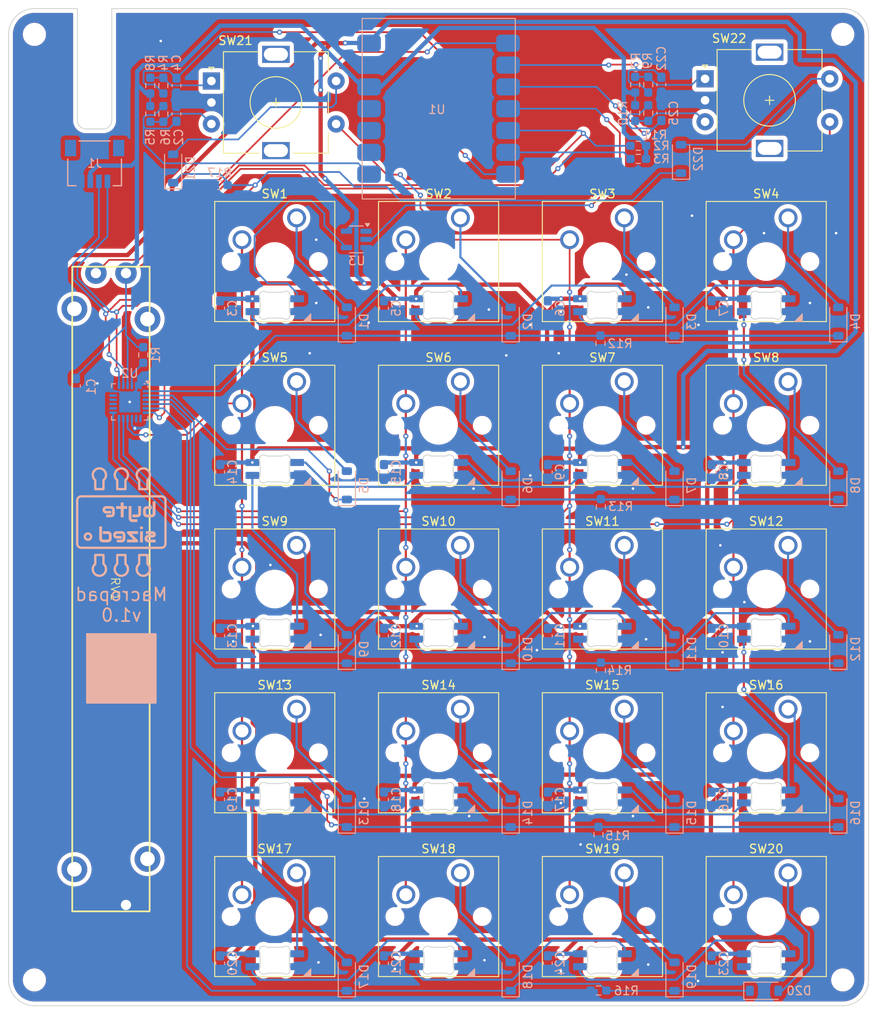
<source format=kicad_pcb>
(kicad_pcb (version 20240108) (generator "pcbnew") (generator_version "8.0")
  (title_block (title "Macropad") (rev "v1.0"))
  (layers (0 "F.Cu" signal) (31 "B.Cu" signal) (34 "B.Paste" user) (35 "F.Paste" user) (36 "B.SilkS" user "B.Silkscreen") (37 "F.SilkS" user "F.Silkscreen") (38 "B.Mask" user) (39 "F.Mask" user) (44 "Edge.Cuts" user))
  (property "REVISION" "v1.0")
  (property "TITLE" "Macropad")
  (net 0 "")
  (net 1 "+3V3")
  (net 2 "GND")
  (net 3 "/ENC_B")
  (net 4 "+5V")
  (net 5 "/ENC_A")
  (net 6 "/ENC2_A")
  (net 7 "/ENC2_B")
  (net 8 "/ROW1")
  (net 9 "Net-(D1-A)")
  (net 10 "Net-(D2-A)")
  (net 11 "Net-(D3-A)")
  (net 12 "Net-(D4-A)")
  (net 13 "/ROW2")
  (net 14 "Net-(D5-A)")
  (net 15 "Net-(D6-A)")
  (net 16 "Net-(D7-A)")
  (net 17 "Net-(D8-A)")
  (net 18 "Net-(D9-A)")
  (net 19 "/ROW3")
  (net 20 "Net-(D10-A)")
  (net 21 "Net-(D11-A)")
  (net 22 "Net-(D12-A)")
  (net 23 "Net-(D13-A)")
  (net 24 "/ROW4")
  (net 25 "Net-(D14-A)")
  (net 26 "Net-(D15-A)")
  (net 27 "Net-(D16-A)")
  (net 28 "Net-(D17-A)")
  (net 29 "/ROW5")
  (net 30 "Net-(D18-A)")
  (net 31 "Net-(D19-A)")
  (net 32 "Net-(D20-A)")
  (net 33 "Net-(D21-A)")
  (net 34 "/ROW6")
  (net 35 "Net-(D22-A)")
  (net 36 "/SDA")
  (net 37 "/SCL")
  (net 38 "/LED_5V")
  (net 39 "Net-(LED1-DOUT)")
  (net 40 "Net-(LED2-DOUT)")
  (net 41 "Net-(LED3-DOUT)")
  (net 42 "Net-(LED4-DOUT)")
  (net 43 "Net-(LED5-DOUT)")
  (net 44 "Net-(LED6-DOUT)")
  (net 45 "Net-(LED7-DOUT)")
  (net 46 "Net-(LED8-DOUT)")
  (net 47 "Net-(LED10-DIN)")
  (net 48 "Net-(LED10-DOUT)")
  (net 49 "Net-(LED11-DOUT)")
  (net 50 "Net-(LED12-DOUT)")
  (net 51 "Net-(LED13-DOUT)")
  (net 52 "Net-(LED14-DOUT)")
  (net 53 "Net-(LED15-DOUT)")
  (net 54 "Net-(LED16-DOUT)")
  (net 55 "Net-(LED17-DOUT)")
  (net 56 "Net-(LED18-DOUT)")
  (net 57 "Net-(LED20-DIN)")
  (net 59 "/{slash}INT")
  (net 60 "Net-(R4-Pad1)")
  (net 61 "Net-(R5-Pad2)")
  (net 62 "Net-(R7-Pad1)")
  (net 63 "Net-(R10-Pad2)")
  (net 64 "/COL1")
  (net 65 "/COL2")
  (net 66 "/COL3")
  (net 67 "/COL4")
  (net 69 "/LED")
  (net 72 "/SLIDE")
  (footprint "kicad-keyboard-parts:MX_SK6812MINI-E" (layer "F.Cu") (at 124.99 120.257402)
    (property "Reference" "LED14" (hide yes))
    (property "Value" "SK6812MINI-E")
    (fp_line (start -1.699999 5.782841) (end -1.699999 4.377157) (stroke (width 0.1)) (layer "Edge.Cuts"))
    (fp_line (start -0.794452 3.58) (end 0.794453 3.58) (stroke (width 0.1)) (layer "Edge.Cuts"))
    (fp_line (start 0.794452 6.579999) (end -0.794452 6.579999) (stroke (width 0.1)) (layer "Edge.Cuts"))
    (fp_line (start 1.699999 4.377157) (end 1.699999 5.782841) (stroke (width 0.1)) (layer "Edge.Cuts"))
    (fp_arc (start -1.749484 4.160279) (mid -1.712527 4.265931) (end -1.699999 4.377157) (stroke (width 0.1)) (layer "Edge.Cuts"))
    (fp_arc (start -1.749484 4.160279) (mid -1.638071 3.575964) (end -1.046711 3.5117) (stroke (width 0.1)) (layer "Edge.Cuts"))
    (fp_arc (start -1.699999 5.782842) (mid -1.712527 5.894067) (end -1.749484 5.999719) (stroke (width 0.1)) (layer "Edge.Cuts"))
    (fp_arc (start -1.046711 6.648296) (mid -1.63807 6.584033) (end -1.749484 5.999719) (stroke (width 0.1)) (layer "Edge.Cuts"))
    (fp_arc (start -1.04671 6.648298) (mid -0.925122 6.597376) (end -0.794452 6.579999) (stroke (width 0.1)) (layer "Edge.Cuts"))
    (fp_arc (start -0.794453 3.579999) (mid -0.925123 3.562622) (end -1.046711 3.5117) (stroke (width 0.1)) (layer "Edge.Cuts"))
    (fp_arc (start 0.794452 6.579999) (mid 0.925123 6.597376) (end 1.046711 6.648298) (stroke (width 0.1)) (layer "Edge.Cuts"))
    (fp_arc (start 1.046711 3.511701) (mid 0.925123 3.562623) (end 0.794453 3.58) (stroke (width 0.1)) (layer "Edge.Cuts"))
    (fp_arc (start 1.046711 3.511701) (mid 1.638071 3.575964) (end 1.749484 4.160279) (stroke (width 0.1)) (layer "Edge.Cuts"))
    (fp_arc (start 1.699999 4.377156) (mid 1.712525 4.26593) (end 1.749484 4.160279) (stroke (width 0.1)) (layer "Edge.Cuts"))
    (fp_arc (start 1.749484 5.999718) (mid 1.638072 6.584034) (end 1.046711 6.648298) (stroke (width 0.1)) (layer "Edge.Cuts"))
    (fp_arc (start 1.749484 5.999719) (mid 1.712517 5.89407) (end 1.699999 5.782841) (stroke (width 0.1)) (layer "Edge.Cuts"))
  )
  (footprint "Button_Switch_Keyboard:SW_Cherry_MX_1.00u_PCB" (layer "F.Cu") (at 89.43 115.177402)
    (property "Reference" "SW13")
    (property "Value" "keyswitch")
  )
  (footprint "kicad-keyboard-parts:MX_SK6812MINI-E" (layer "F.Cu") (at 86.89 101.207402)
    (property "Reference" "LED9" (hide yes))
    (property "Value" "SK6812MINI-E")
    (fp_line (start -1.699999 5.782841) (end -1.699999 4.377157) (stroke (width 0.1)) (layer "Edge.Cuts"))
    (fp_line (start -0.794452 3.58) (end 0.794453 3.58) (stroke (width 0.1)) (layer "Edge.Cuts"))
    (fp_line (start 0.794452 6.579999) (end -0.794452 6.579999) (stroke (width 0.1)) (layer "Edge.Cuts"))
    (fp_line (start 1.699999 4.377157) (end 1.699999 5.782841) (stroke (width 0.1)) (layer "Edge.Cuts"))
    (fp_arc (start -1.749484 4.160279) (mid -1.712527 4.265931) (end -1.699999 4.377157) (stroke (width 0.1)) (layer "Edge.Cuts"))
    (fp_arc (start -1.749484 4.160279) (mid -1.638071 3.575964) (end -1.046711 3.5117) (stroke (width 0.1)) (layer "Edge.Cuts"))
    (fp_arc (start -1.699999 5.782842) (mid -1.712527 5.894067) (end -1.749484 5.999719) (stroke (width 0.1)) (layer "Edge.Cuts"))
    (fp_arc (start -1.046711 6.648296) (mid -1.63807 6.584033) (end -1.749484 5.999719) (stroke (width 0.1)) (layer "Edge.Cuts"))
    (fp_arc (start -1.04671 6.648298) (mid -0.925122 6.597376) (end -0.794452 6.579999) (stroke (width 0.1)) (layer "Edge.Cuts"))
    (fp_arc (start -0.794453 3.579999) (mid -0.925123 3.562622) (end -1.046711 3.5117) (stroke (width 0.1)) (layer "Edge.Cuts"))
    (fp_arc (start 0.794452 6.579999) (mid 0.925123 6.597376) (end 1.046711 6.648298) (stroke (width 0.1)) (layer "Edge.Cuts"))
    (fp_arc (start 1.046711 3.511701) (mid 0.925123 3.562623) (end 0.794453 3.58) (stroke (width 0.1)) (layer "Edge.Cuts"))
    (fp_arc (start 1.046711 3.511701) (mid 1.638071 3.575964) (end 1.749484 4.160279) (stroke (width 0.1)) (layer "Edge.Cuts"))
    (fp_arc (start 1.699999 4.377156) (mid 1.712525 4.26593) (end 1.749484 4.160279) (stroke (width 0.1)) (layer "Edge.Cuts"))
    (fp_arc (start 1.749484 5.999718) (mid 1.638072 6.584034) (end 1.046711 6.648298) (stroke (width 0.1)) (layer "Edge.Cuts"))
    (fp_arc (start 1.749484 5.999719) (mid 1.712517 5.89407) (end 1.699999 5.782841) (stroke (width 0.1)) (layer "Edge.Cuts"))
  )
  (footprint "Rotary_Encoder:RotaryEncoder_Alps_EC11E-Switch_Vertical_H20mm" (layer "F.Cu") (at 79.524 42.105402)
    (property "Reference" "SW21")
    (property "Value" "RotaryEncoder_Switch")
  )
  (footprint "Button_Switch_Keyboard:SW_Cherry_MX_1.00u_PCB" (layer "F.Cu") (at 146.58 96.127402)
    (property "Reference" "SW12")
    (property "Value" "keyswitch")
  )
  (footprint "kicad-keyboard-parts:MX_SK6812MINI-E" (layer "F.Cu") (at 144.04 139.307402)
    (property "Reference" "LED20" (hide yes))
    (property "Value" "SK6812MINI-E")
    (fp_line (start -1.699999 5.782841) (end -1.699999 4.377157) (stroke (width 0.1)) (layer "Edge.Cuts"))
    (fp_line (start -0.794452 3.58) (end 0.794453 3.58) (stroke (width 0.1)) (layer "Edge.Cuts"))
    (fp_line (start 0.794452 6.579999) (end -0.794452 6.579999) (stroke (width 0.1)) (layer "Edge.Cuts"))
    (fp_line (start 1.699999 4.377157) (end 1.699999 5.782841) (stroke (width 0.1)) (layer "Edge.Cuts"))
    (fp_arc (start -1.749484 4.160279) (mid -1.712527 4.265931) (end -1.699999 4.377157) (stroke (width 0.1)) (layer "Edge.Cuts"))
    (fp_arc (start -1.749484 4.160279) (mid -1.638071 3.575964) (end -1.046711 3.5117) (stroke (width 0.1)) (layer "Edge.Cuts"))
    (fp_arc (start -1.699999 5.782842) (mid -1.712527 5.894067) (end -1.749484 5.999719) (stroke (width 0.1)) (layer "Edge.Cuts"))
    (fp_arc (start -1.046711 6.648296) (mid -1.63807 6.584033) (end -1.749484 5.999719) (stroke (width 0.1)) (layer "Edge.Cuts"))
    (fp_arc (start -1.04671 6.648298) (mid -0.925122 6.597376) (end -0.794452 6.579999) (stroke (width 0.1)) (layer "Edge.Cuts"))
    (fp_arc (start -0.794453 3.579999) (mid -0.925123 3.562622) (end -1.046711 3.5117) (stroke (width 0.1)) (layer "Edge.Cuts"))
    (fp_arc (start 0.794452 6.579999) (mid 0.925123 6.597376) (end 1.046711 6.648298) (stroke (width 0.1)) (layer "Edge.Cuts"))
    (fp_arc (start 1.046711 3.511701) (mid 0.925123 3.562623) (end 0.794453 3.58) (stroke (width 0.1)) (layer "Edge.Cuts"))
    (fp_arc (start 1.046711 3.511701) (mid 1.638071 3.575964) (end 1.749484 4.160279) (stroke (width 0.1)) (layer "Edge.Cuts"))
    (fp_arc (start 1.699999 4.377156) (mid 1.712525 4.26593) (end 1.749484 4.160279) (stroke (width 0.1)) (layer "Edge.Cuts"))
    (fp_arc (start 1.749484 5.999718) (mid 1.638072 6.584034) (end 1.046711 6.648298) (stroke (width 0.1)) (layer "Edge.Cuts"))
    (fp_arc (start 1.749484 5.999719) (mid 1.712517 5.89407) (end 1.699999 5.782841) (stroke (width 0.1)) (layer "Edge.Cuts"))
  )
  (footprint "Button_Switch_Keyboard:SW_Cherry_MX_1.00u_PCB" (layer "F.Cu") (at 146.58 58.027402)
    (property "Reference" "SW4")
    (property "Value" "keyswitch")
  )
  (footprint "Button_Switch_Keyboard:SW_Cherry_MX_1.00u_PCB" (layer "F.Cu") (at 127.53 115.177402)
    (property "Reference" "SW15")
    (property "Value" "keyswitch")
  )
  (footprint "MountingHole:MountingHole_2.2mm_M2" (layer "F.Cu") (at 152.94 36.682402)
    (property "Reference" "H2" (hide yes))
    (property "Value" "MountingHole" (hide yes))
  )
  (footprint "Button_Switch_Keyboard:SW_Cherry_MX_1.00u_PCB" (layer "F.Cu") (at 108.48 134.227402)
    (property "Reference" "SW18")
    (property "Value" "keyswitch")
  )
  (footprint "kicad-keyboard-parts:MX_SK6812MINI-E" (layer "F.Cu") (at 124.99 63.107402)
    (property "Reference" "LED3" (hide yes))
    (property "Value" "SK6812MINI-E")
    (fp_line (start -1.699999 5.782841) (end -1.699999 4.377157) (stroke (width 0.1)) (layer "Edge.Cuts"))
    (fp_line (start -0.794452 3.58) (end 0.794453 3.58) (stroke (width 0.1)) (layer "Edge.Cuts"))
    (fp_line (start 0.794452 6.579999) (end -0.794452 6.579999) (stroke (width 0.1)) (layer "Edge.Cuts"))
    (fp_line (start 1.699999 4.377157) (end 1.699999 5.782841) (stroke (width 0.1)) (layer "Edge.Cuts"))
    (fp_arc (start -1.749484 4.160279) (mid -1.712527 4.265931) (end -1.699999 4.377157) (stroke (width 0.1)) (layer "Edge.Cuts"))
    (fp_arc (start -1.749484 4.160279) (mid -1.638071 3.575964) (end -1.046711 3.5117) (stroke (width 0.1)) (layer "Edge.Cuts"))
    (fp_arc (start -1.699999 5.782842) (mid -1.712527 5.894067) (end -1.749484 5.999719) (stroke (width 0.1)) (layer "Edge.Cuts"))
    (fp_arc (start -1.046711 6.648296) (mid -1.63807 6.584033) (end -1.749484 5.999719) (stroke (width 0.1)) (layer "Edge.Cuts"))
    (fp_arc (start -1.04671 6.648298) (mid -0.925122 6.597376) (end -0.794452 6.579999) (stroke (width 0.1)) (layer "Edge.Cuts"))
    (fp_arc (start -0.794453 3.579999) (mid -0.925123 3.562622) (end -1.046711 3.5117) (stroke (width 0.1)) (layer "Edge.Cuts"))
    (fp_arc (start 0.794452 6.579999) (mid 0.925123 6.597376) (end 1.046711 6.648298) (stroke (width 0.1)) (layer "Edge.Cuts"))
    (fp_arc (start 1.046711 3.511701) (mid 0.925123 3.562623) (end 0.794453 3.58) (stroke (width 0.1)) (layer "Edge.Cuts"))
    (fp_arc (start 1.046711 3.511701) (mid 1.638071 3.575964) (end 1.749484 4.160279) (stroke (width 0.1)) (layer "Edge.Cuts"))
    (fp_arc (start 1.699999 4.377156) (mid 1.712525 4.26593) (end 1.749484 4.160279) (stroke (width 0.1)) (layer "Edge.Cuts"))
    (fp_arc (start 1.749484 5.999718) (mid 1.638072 6.584034) (end 1.046711 6.648298) (stroke (width 0.1)) (layer "Edge.Cuts"))
    (fp_arc (start 1.749484 5.999719) (mid 1.712517 5.89407) (end 1.699999 5.782841) (stroke (width 0.1)) (layer "Edge.Cuts"))
  )
  (footprint "Button_Switch_Keyboard:SW_Cherry_MX_1.00u_PCB" (layer "F.Cu") (at 108.48 115.177402)
    (property "Reference" "SW14")
    (property "Value" "keyswitch")
  )
  (footprint "kicad-keyboard-parts:MX_SK6812MINI-E" (layer "F.Cu") (at 124.99 82.157402)
    (property "Reference" "LED6" (hide yes))
    (property "Value" "SK6812MINI-E")
    (fp_line (start -1.699999 5.782841) (end -1.699999 4.377157) (stroke (width 0.1)) (layer "Edge.Cuts"))
    (fp_line (start -0.794452 3.58) (end 0.794453 3.58) (stroke (width 0.1)) (layer "Edge.Cuts"))
    (fp_line (start 0.794452 6.579999) (end -0.794452 6.579999) (stroke (width 0.1)) (layer "Edge.Cuts"))
    (fp_line (start 1.699999 4.377157) (end 1.699999 5.782841) (stroke (width 0.1)) (layer "Edge.Cuts"))
    (fp_arc (start -1.749484 4.160279) (mid -1.712527 4.265931) (end -1.699999 4.377157) (stroke (width 0.1)) (layer "Edge.Cuts"))
    (fp_arc (start -1.749484 4.160279) (mid -1.638071 3.575964) (end -1.046711 3.5117) (stroke (width 0.1)) (layer "Edge.Cuts"))
    (fp_arc (start -1.699999 5.782842) (mid -1.712527 5.894067) (end -1.749484 5.999719) (stroke (width 0.1)) (layer "Edge.Cuts"))
    (fp_arc (start -1.046711 6.648296) (mid -1.63807 6.584033) (end -1.749484 5.999719) (stroke (width 0.1)) (layer "Edge.Cuts"))
    (fp_arc (start -1.04671 6.648298) (mid -0.925122 6.597376) (end -0.794452 6.579999) (stroke (width 0.1)) (layer "Edge.Cuts"))
    (fp_arc (start -0.794453 3.579999) (mid -0.925123 3.562622) (end -1.046711 3.5117) (stroke (width 0.1)) (layer "Edge.Cuts"))
    (fp_arc (start 0.794452 6.579999) (mid 0.925123 6.597376) (end 1.046711 6.648298) (stroke (width 0.1)) (layer "Edge.Cuts"))
    (fp_arc (start 1.046711 3.511701) (mid 0.925123 3.562623) (end 0.794453 3.58) (stroke (width 0.1)) (layer "Edge.Cuts"))
    (fp_arc (start 1.046711 3.511701) (mid 1.638071 3.575964) (end 1.749484 4.160279) (stroke (width 0.1)) (layer "Edge.Cuts"))
    (fp_arc (start 1.699999 4.377156) (mid 1.712525 4.26593) (end 1.749484 4.160279) (stroke (width 0.1)) (layer "Edge.Cuts"))
    (fp_arc (start 1.749484 5.999718) (mid 1.638072 6.584034) (end 1.046711 6.648298) (stroke (width 0.1)) (layer "Edge.Cuts"))
    (fp_arc (start 1.749484 5.999719) (mid 1.712517 5.89407) (end 1.699999 5.782841) (stroke (width 0.1)) (layer "Edge.Cuts"))
  )
  (footprint "kicad-keyboard-parts:MX_SK6812MINI-E" (layer "F.Cu") (at 124.99 101.207402)
    (property "Reference" "LED11" (hide yes))
    (property "Value" "SK6812MINI-E")
    (fp_line (start -1.699999 5.782841) (end -1.699999 4.377157) (stroke (width 0.1)) (layer "Edge.Cuts"))
    (fp_line (start -0.794452 3.58) (end 0.794453 3.58) (stroke (width 0.1)) (layer "Edge.Cuts"))
    (fp_line (start 0.794452 6.579999) (end -0.794452 6.579999) (stroke (width 0.1)) (layer "Edge.Cuts"))
    (fp_line (start 1.699999 4.377157) (end 1.699999 5.782841) (stroke (width 0.1)) (layer "Edge.Cuts"))
    (fp_arc (start -1.749484 4.160279) (mid -1.712527 4.265931) (end -1.699999 4.377157) (stroke (width 0.1)) (layer "Edge.Cuts"))
    (fp_arc (start -1.749484 4.160279) (mid -1.638071 3.575964) (end -1.046711 3.5117) (stroke (width 0.1)) (layer "Edge.Cuts"))
    (fp_arc (start -1.699999 5.782842) (mid -1.712527 5.894067) (end -1.749484 5.999719) (stroke (width 0.1)) (layer "Edge.Cuts"))
    (fp_arc (start -1.046711 6.648296) (mid -1.63807 6.584033) (end -1.749484 5.999719) (stroke (width 0.1)) (layer "Edge.Cuts"))
    (fp_arc (start -1.04671 6.648298) (mid -0.925122 6.597376) (end -0.794452 6.579999) (stroke (width 0.1)) (layer "Edge.Cuts"))
    (fp_arc (start -0.794453 3.579999) (mid -0.925123 3.562622) (end -1.046711 3.5117) (stroke (width 0.1)) (layer "Edge.Cuts"))
    (fp_arc (start 0.794452 6.579999) (mid 0.925123 6.597376) (end 1.046711 6.648298) (stroke (width 0.1)) (layer "Edge.Cuts"))
    (fp_arc (start 1.046711 3.511701) (mid 0.925123 3.562623) (end 0.794453 3.58) (stroke (width 0.1)) (layer "Edge.Cuts"))
    (fp_arc (start 1.046711 3.511701) (mid 1.638071 3.575964) (end 1.749484 4.160279) (stroke (width 0.1)) (layer "Edge.Cuts"))
    (fp_arc (start 1.699999 4.377156) (mid 1.712525 4.26593) (end 1.749484 4.160279) (stroke (width 0.1)) (layer "Edge.Cuts"))
    (fp_arc (start 1.749484 5.999718) (mid 1.638072 6.584034) (end 1.046711 6.648298) (stroke (width 0.1)) (layer "Edge.Cuts"))
    (fp_arc (start 1.749484 5.999719) (mid 1.712517 5.89407) (end 1.699999 5.782841) (stroke (width 0.1)) (layer "Edge.Cuts"))
  )
  (footprint "Button_Switch_Keyboard:SW_Cherry_MX_1.00u_PCB" (layer "F.Cu") (at 108.48 58.027402)
    (property "Reference" "SW2")
    (property "Value" "keyswitch")
  )
  (footprint "kicad-keyboard-parts:MX_SK6812MINI-E" (layer "F.Cu") (at 144.04 82.157402)
    (property "Reference" "LED5" (hide yes))
    (property "Value" "SK6812MINI-E")
    (fp_line (start -1.699999 5.782841) (end -1.699999 4.377157) (stroke (width 0.1)) (layer "Edge.Cuts"))
    (fp_line (start -0.794452 3.58) (end 0.794453 3.58) (stroke (width 0.1)) (layer "Edge.Cuts"))
    (fp_line (start 0.794452 6.579999) (end -0.794452 6.579999) (stroke (width 0.1)) (layer "Edge.Cuts"))
    (fp_line (start 1.699999 4.377157) (end 1.699999 5.782841) (stroke (width 0.1)) (layer "Edge.Cuts"))
    (fp_arc (start -1.749484 4.160279) (mid -1.712527 4.265931) (end -1.699999 4.377157) (stroke (width 0.1)) (layer "Edge.Cuts"))
    (fp_arc (start -1.749484 4.160279) (mid -1.638071 3.575964) (end -1.046711 3.5117) (stroke (width 0.1)) (layer "Edge.Cuts"))
    (fp_arc (start -1.699999 5.782842) (mid -1.712527 5.894067) (end -1.749484 5.999719) (stroke (width 0.1)) (layer "Edge.Cuts"))
    (fp_arc (start -1.046711 6.648296) (mid -1.63807 6.584033) (end -1.749484 5.999719) (stroke (width 0.1)) (layer "Edge.Cuts"))
    (fp_arc (start -1.04671 6.648298) (mid -0.925122 6.597376) (end -0.794452 6.579999) (stroke (width 0.1)) (layer "Edge.Cuts"))
    (fp_arc (start -0.794453 3.579999) (mid -0.925123 3.562622) (end -1.046711 3.5117) (stroke (width 0.1)) (layer "Edge.Cuts"))
    (fp_arc (start 0.794452 6.579999) (mid 0.925123 6.597376) (end 1.046711 6.648298) (stroke (width 0.1)) (layer "Edge.Cuts"))
    (fp_arc (start 1.046711 3.511701) (mid 0.925123 3.562623) (end 0.794453 3.58) (stroke (width 0.1)) (layer "Edge.Cuts"))
    (fp_arc (start 1.046711 3.511701) (mid 1.638071 3.575964) (end 1.749484 4.160279) (stroke (width 0.1)) (layer "Edge.Cuts"))
    (fp_arc (start 1.699999 4.377156) (mid 1.712525 4.26593) (end 1.749484 4.160279) (stroke (width 0.1)) (layer "Edge.Cuts"))
    (fp_arc (start 1.749484 5.999718) (mid 1.638072 6.584034) (end 1.046711 6.648298) (stroke (width 0.1)) (layer "Edge.Cuts"))
    (fp_arc (start 1.749484 5.999719) (mid 1.712517 5.89407) (end 1.699999 5.782841) (stroke (width 0.1)) (layer "Edge.Cuts"))
  )
  (footprint "Rotary_Encoder:RotaryEncoder_Alps_EC11E-Switch_Vertical_H20mm" (layer "F.Cu") (at 136.928 41.851402)
    (property "Reference" "SW22")
    (property "Value" "RotaryEncoder_Switch")
  )
  (footprint "Button_Switch_Keyboard:SW_Cherry_MX_1.00u_PCB" (layer "F.Cu") (at 108.48 77.077402)
    (property "Reference" "SW6")
    (property "Value" "keyswitch")
  )
  (footprint "Button_Switch_Keyboard:SW_Cherry_MX_1.00u_PCB" (layer "F.Cu") (at 127.53 77.077402)
    (property "Reference" "SW7")
    (property "Value" "keyswitch")
  )
  (footprint "kicad-keyboard-parts:MX_SK6812MINI-E" (layer "F.Cu") (at 86.89 139.307402)
    (property "Reference" "LED17" (hide yes))
    (property "Value" "SK6812MINI-E")
    (fp_line (start -1.699999 5.782841) (end -1.699999 4.377157) (stroke (width 0.1)) (layer "Edge.Cuts"))
    (fp_line (start -0.794452 3.58) (end 0.794453 3.58) (stroke (width 0.1)) (layer "Edge.Cuts"))
    (fp_line (start 0.794452 6.579999) (end -0.794452 6.579999) (stroke (width 0.1)) (layer "Edge.Cuts"))
    (fp_line (start 1.699999 4.377157) (end 1.699999 5.782841) (stroke (width 0.1)) (layer "Edge.Cuts"))
    (fp_arc (start -1.749484 4.160279) (mid -1.712527 4.265931) (end -1.699999 4.377157) (stroke (width 0.1)) (layer "Edge.Cuts"))
    (fp_arc (start -1.749484 4.160279) (mid -1.638071 3.575964) (end -1.046711 3.5117) (stroke (width 0.1)) (layer "Edge.Cuts"))
    (fp_arc (start -1.699999 5.782842) (mid -1.712527 5.894067) (end -1.749484 5.999719) (stroke (width 0.1)) (layer "Edge.Cuts"))
    (fp_arc (start -1.046711 6.648296) (mid -1.63807 6.584033) (end -1.749484 5.999719) (stroke (width 0.1)) (layer "Edge.Cuts"))
    (fp_arc (start -1.04671 6.648298) (mid -0.925122 6.597376) (end -0.794452 6.579999) (stroke (width 0.1)) (layer "Edge.Cuts"))
    (fp_arc (start -0.794453 3.579999) (mid -0.925123 3.562622) (end -1.046711 3.5117) (stroke (width 0.1)) (layer "Edge.Cuts"))
    (fp_arc (start 0.794452 6.579999) (mid 0.925123 6.597376) (end 1.046711 6.648298) (stroke (width 0.1)) (layer "Edge.Cuts"))
    (fp_arc (start 1.046711 3.511701) (mid 0.925123 3.562623) (end 0.794453 3.58) (stroke (width 0.1)) (layer "Edge.Cuts"))
    (fp_arc (start 1.046711 3.511701) (mid 1.638071 3.575964) (end 1.749484 4.160279) (stroke (width 0.1)) (layer "Edge.Cuts"))
    (fp_arc (start 1.699999 4.377156) (mid 1.712525 4.26593) (end 1.749484 4.160279) (stroke (width 0.1)) (layer "Edge.Cuts"))
    (fp_arc (start 1.749484 5.999718) (mid 1.638072 6.584034) (end 1.046711 6.648298) (stroke (width 0.1)) (layer "Edge.Cuts"))
    (fp_arc (start 1.749484 5.999719) (mid 1.712517 5.89407) (end 1.699999 5.782841) (stroke (width 0.1)) (layer "Edge.Cuts"))
  )
  (footprint "kicad-keyboard-parts:MX_SK6812MINI-E" (layer "F.Cu") (at 86.89 120.257402)
    (property "Reference" "LED16" (hide yes))
    (property "Value" "SK6812MINI-E")
    (fp_line (start -1.699999 5.782841) (end -1.699999 4.377157) (stroke (width 0.1)) (layer "Edge.Cuts"))
    (fp_line (start -0.794452 3.58) (end 0.794453 3.58) (stroke (width 0.1)) (layer "Edge.Cuts"))
    (fp_line (start 0.794452 6.579999) (end -0.794452 6.579999) (stroke (width 0.1)) (layer "Edge.Cuts"))
    (fp_line (start 1.699999 4.377157) (end 1.699999 5.782841) (stroke (width 0.1)) (layer "Edge.Cuts"))
    (fp_arc (start -1.749484 4.160279) (mid -1.712527 4.265931) (end -1.699999 4.377157) (stroke (width 0.1)) (layer "Edge.Cuts"))
    (fp_arc (start -1.749484 4.160279) (mid -1.638071 3.575964) (end -1.046711 3.5117) (stroke (width 0.1)) (layer "Edge.Cuts"))
    (fp_arc (start -1.699999 5.782842) (mid -1.712527 5.894067) (end -1.749484 5.999719) (stroke (width 0.1)) (layer "Edge.Cuts"))
    (fp_arc (start -1.046711 6.648296) (mid -1.63807 6.584033) (end -1.749484 5.999719) (stroke (width 0.1)) (layer "Edge.Cuts"))
    (fp_arc (start -1.04671 6.648298) (mid -0.925122 6.597376) (end -0.794452 6.579999) (stroke (width 0.1)) (layer "Edge.Cuts"))
    (fp_arc (start -0.794453 3.579999) (mid -0.925123 3.562622) (end -1.046711 3.5117) (stroke (width 0.1)) (layer "Edge.Cuts"))
    (fp_arc (start 0.794452 6.579999) (mid 0.925123 6.597376) (end 1.046711 6.648298) (stroke (width 0.1)) (layer "Edge.Cuts"))
    (fp_arc (start 1.046711 3.511701) (mid 0.925123 3.562623) (end 0.794453 3.58) (stroke (width 0.1)) (layer "Edge.Cuts"))
    (fp_arc (start 1.046711 3.511701) (mid 1.638071 3.575964) (end 1.749484 4.160279) (stroke (width 0.1)) (layer "Edge.Cuts"))
    (fp_arc (start 1.699999 4.377156) (mid 1.712525 4.26593) (end 1.749484 4.160279) (stroke (width 0.1)) (layer "Edge.Cuts"))
    (fp_arc (start 1.749484 5.999718) (mid 1.638072 6.584034) (end 1.046711 6.648298) (stroke (width 0.1)) (layer "Edge.Cuts"))
    (fp_arc (start 1.749484 5.999719) (mid 1.712517 5.89407) (end 1.699999 5.782841) (stroke (width 0.1)) (layer "Edge.Cuts"))
  )
  (footprint "kicad-keyboard-parts:MX_SK6812MINI-E" (layer "F.Cu") (at 144.04 120.257402)
    (property "Reference" "LED13" (hide yes))
    (property "Value" "SK6812MINI-E")
    (fp_line (start -1.699999 5.782841) (end -1.699999 4.377157) (stroke (width 0.1)) (layer "Edge.Cuts"))
    (fp_line (start -0.794452 3.58) (end 0.794453 3.58) (stroke (width 0.1)) (layer "Edge.Cuts"))
    (fp_line (start 0.794452 6.579999) (end -0.794452 6.579999) (stroke (width 0.1)) (layer "Edge.Cuts"))
    (fp_line (start 1.699999 4.377157) (end 1.699999 5.782841) (stroke (width 0.1)) (layer "Edge.Cuts"))
    (fp_arc (start -1.749484 4.160279) (mid -1.712527 4.265931) (end -1.699999 4.377157) (stroke (width 0.1)) (layer "Edge.Cuts"))
    (fp_arc (start -1.749484 4.160279) (mid -1.638071 3.575964) (end -1.046711 3.5117) (stroke (width 0.1)) (layer "Edge.Cuts"))
    (fp_arc (start -1.699999 5.782842) (mid -1.712527 5.894067) (end -1.749484 5.999719) (stroke (width 0.1)) (layer "Edge.Cuts"))
    (fp_arc (start -1.046711 6.648296) (mid -1.63807 6.584033) (end -1.749484 5.999719) (stroke (width 0.1)) (layer "Edge.Cuts"))
    (fp_arc (start -1.04671 6.648298) (mid -0.925122 6.597376) (end -0.794452 6.579999) (stroke (width 0.1)) (layer "Edge.Cuts"))
    (fp_arc (start -0.794453 3.579999) (mid -0.925123 3.562622) (end -1.046711 3.5117) (stroke (width 0.1)) (layer "Edge.Cuts"))
    (fp_arc (start 0.794452 6.579999) (mid 0.925123 6.597376) (end 1.046711 6.648298) (stroke (width 0.1)) (layer "Edge.Cuts"))
    (fp_arc (start 1.046711 3.511701) (mid 0.925123 3.562623) (end 0.794453 3.58) (stroke (width 0.1)) (layer "Edge.Cuts"))
    (fp_arc (start 1.046711 3.511701) (mid 1.638071 3.575964) (end 1.749484 4.160279) (stroke (width 0.1)) (layer "Edge.Cuts"))
    (fp_arc (start 1.699999 4.377156) (mid 1.712525 4.26593) (end 1.749484 4.160279) (stroke (width 0.1)) (layer "Edge.Cuts"))
    (fp_arc (start 1.749484 5.999718) (mid 1.638072 6.584034) (end 1.046711 6.648298) (stroke (width 0.1)) (layer "Edge.Cuts"))
    (fp_arc (start 1.749484 5.999719) (mid 1.712517 5.89407) (end 1.699999 5.782841) (stroke (width 0.1)) (layer "Edge.Cuts"))
  )
  (footprint "kicad-keyboard-parts:MX_SK6812MINI-E" (layer "F.Cu") (at 86.89 63.107402)
    (property "Reference" "LED1" (hide yes))
    (property "Value" "SK6812MINI-E")
    (fp_line (start -1.699999 5.782841) (end -1.699999 4.377157) (stroke (width 0.1)) (layer "Edge.Cuts"))
    (fp_line (start -0.794452 3.58) (end 0.794453 3.58) (stroke (width 0.1)) (layer "Edge.Cuts"))
    (fp_line (start 0.794452 6.579999) (end -0.794452 6.579999) (stroke (width 0.1)) (layer "Edge.Cuts"))
    (fp_line (start 1.699999 4.377157) (end 1.699999 5.782841) (stroke (width 0.1)) (layer "Edge.Cuts"))
    (fp_arc (start -1.749484 4.160279) (mid -1.712527 4.265931) (end -1.699999 4.377157) (stroke (width 0.1)) (layer "Edge.Cuts"))
    (fp_arc (start -1.749484 4.160279) (mid -1.638071 3.575964) (end -1.046711 3.5117) (stroke (width 0.1)) (layer "Edge.Cuts"))
    (fp_arc (start -1.699999 5.782842) (mid -1.712527 5.894067) (end -1.749484 5.999719) (stroke (width 0.1)) (layer "Edge.Cuts"))
    (fp_arc (start -1.046711 6.648296) (mid -1.63807 6.584033) (end -1.749484 5.999719) (stroke (width 0.1)) (layer "Edge.Cuts"))
    (fp_arc (start -1.04671 6.648298) (mid -0.925122 6.597376) (end -0.794452 6.579999) (stroke (width 0.1)) (layer "Edge.Cuts"))
    (fp_arc (start -0.794453 3.579999) (mid -0.925123 3.562622) (end -1.046711 3.5117) (stroke (width 0.1)) (layer "Edge.Cuts"))
    (fp_arc (start 0.794452 6.579999) (mid 0.925123 6.597376) (end 1.046711 6.648298) (stroke (width 0.1)) (layer "Edge.Cuts"))
    (fp_arc (start 1.046711 3.511701) (mid 0.925123 3.562623) (end 0.794453 3.58) (stroke (width 0.1)) (layer "Edge.Cuts"))
    (fp_arc (start 1.046711 3.511701) (mid 1.638071 3.575964) (end 1.749484 4.160279) (stroke (width 0.1)) (layer "Edge.Cuts"))
    (fp_arc (start 1.699999 4.377156) (mid 1.712525 4.26593) (end 1.749484 4.160279) (stroke (width 0.1)) (layer "Edge.Cuts"))
    (fp_arc (start 1.749484 5.999718) (mid 1.638072 6.584034) (end 1.046711 6.648298) (stroke (width 0.1)) (layer "Edge.Cuts"))
    (fp_arc (start 1.749484 5.999719) (mid 1.712517 5.89407) (end 1.699999 5.782841) (stroke (width 0.1)) (layer "Edge.Cuts"))
  )
  (footprint "kicad-keyboard-parts:MX_SK6812MINI-E" (layer "F.Cu") (at 105.94 63.107402)
    (property "Reference" "LED2" (hide yes))
    (property "Value" "SK6812MINI-E")
    (fp_line (start -1.699999 5.782841) (end -1.699999 4.377157) (stroke (width 0.1)) (layer "Edge.Cuts"))
    (fp_line (start -0.794452 3.58) (end 0.794453 3.58) (stroke (width 0.1)) (layer "Edge.Cuts"))
    (fp_line (start 0.794452 6.579999) (end -0.794452 6.579999) (stroke (width 0.1)) (layer "Edge.Cuts"))
    (fp_line (start 1.699999 4.377157) (end 1.699999 5.782841) (stroke (width 0.1)) (layer "Edge.Cuts"))
    (fp_arc (start -1.749484 4.160279) (mid -1.712527 4.265931) (end -1.699999 4.377157) (stroke (width 0.1)) (layer "Edge.Cuts"))
    (fp_arc (start -1.749484 4.160279) (mid -1.638071 3.575964) (end -1.046711 3.5117) (stroke (width 0.1)) (layer "Edge.Cuts"))
    (fp_arc (start -1.699999 5.782842) (mid -1.712527 5.894067) (end -1.749484 5.999719) (stroke (width 0.1)) (layer "Edge.Cuts"))
    (fp_arc (start -1.046711 6.648296) (mid -1.63807 6.584033) (end -1.749484 5.999719) (stroke (width 0.1)) (layer "Edge.Cuts"))
    (fp_arc (start -1.04671 6.648298) (mid -0.925122 6.597376) (end -0.794452 6.579999) (stroke (width 0.1)) (layer "Edge.Cuts"))
    (fp_arc (start -0.794453 3.579999) (mid -0.925123 3.562622) (end -1.046711 3.5117) (stroke (width 0.1)) (layer "Edge.Cuts"))
    (fp_arc (start 0.794452 6.579999) (mid 0.925123 6.597376) (end 1.046711 6.648298) (stroke (width 0.1)) (layer "Edge.Cuts"))
    (fp_arc (start 1.046711 3.511701) (mid 0.925123 3.562623) (end 0.794453 3.58) (stroke (width 0.1)) (layer "Edge.Cuts"))
    (fp_arc (start 1.046711 3.511701) (mid 1.638071 3.575964) (end 1.749484 4.160279) (stroke (width 0.1)) (layer "Edge.Cuts"))
    (fp_arc (start 1.699999 4.377156) (mid 1.712525 4.26593) (end 1.749484 4.160279) (stroke (width 0.1)) (layer "Edge.Cuts"))
    (fp_arc (start 1.749484 5.999718) (mid 1.638072 6.584034) (end 1.046711 6.648298) (stroke (width 0.1)) (layer "Edge.Cuts"))
    (fp_arc (start 1.749484 5.999719) (mid 1.712517 5.89407) (end 1.699999 5.782841) (stroke (width 0.1)) (layer "Edge.Cuts"))
  )
  (footprint "Button_Switch_Keyboard:SW_Cherry_MX_1.00u_PCB" (layer "F.Cu") (at 127.53 96.127402)
    (property "Reference" "SW11")
    (property "Value" "keyswitch")
  )
  (footprint "kicad-keyboard-parts:MX_SK6812MINI-E" (layer "F.Cu") (at 144.04 63.107402)
    (property "Reference" "LED4" (hide yes))
    (property "Value" "SK6812MINI-E")
    (fp_line (start -1.699999 5.782841) (end -1.699999 4.377157) (stroke (width 0.1)) (layer "Edge.Cuts"))
    (fp_line (start -0.794452 3.58) (end 0.794453 3.58) (stroke (width 0.1)) (layer "Edge.Cuts"))
    (fp_line (start 0.794452 6.579999) (end -0.794452 6.579999) (stroke (width 0.1)) (layer "Edge.Cuts"))
    (fp_line (start 1.699999 4.377157) (end 1.699999 5.782841) (stroke (width 0.1)) (layer "Edge.Cuts"))
    (fp_arc (start -1.749484 4.160279) (mid -1.712527 4.265931) (end -1.699999 4.377157) (stroke (width 0.1)) (layer "Edge.Cuts"))
    (fp_arc (start -1.749484 4.160279) (mid -1.638071 3.575964) (end -1.046711 3.5117) (stroke (width 0.1)) (layer "Edge.Cuts"))
    (fp_arc (start -1.699999 5.782842) (mid -1.712527 5.894067) (end -1.749484 5.999719) (stroke (width 0.1)) (layer "Edge.Cuts"))
    (fp_arc (start -1.046711 6.648296) (mid -1.63807 6.584033) (end -1.749484 5.999719) (stroke (width 0.1)) (layer "Edge.Cuts"))
    (fp_arc (start -1.04671 6.648298) (mid -0.925122 6.597376) (end -0.794452 6.579999) (stroke (width 0.1)) (layer "Edge.Cuts"))
    (fp_arc (start -0.794453 3.579999) (mid -0.925123 3.562622) (end -1.046711 3.5117) (stroke (width 0.1)) (layer "Edge.Cuts"))
    (fp_arc (start 0.794452 6.579999) (mid 0.925123 6.597376) (end 1.046711 6.648298) (stroke (width 0.1)) (layer "Edge.Cuts"))
    (fp_arc (start 1.046711 3.511701) (mid 0.925123 3.562623) (end 0.794453 3.58) (stroke (width 0.1)) (layer "Edge.Cuts"))
    (fp_arc (start 1.046711 3.511701) (mid 1.638071 3.575964) (end 1.749484 4.160279) (stroke (width 0.1)) (layer "Edge.Cuts"))
    (fp_arc (start 1.699999 4.377156) (mid 1.712525 4.26593) (end 1.749484 4.160279) (stroke (width 0.1)) (layer "Edge.Cuts"))
    (fp_arc (start 1.749484 5.999718) (mid 1.638072 6.584034) (end 1.046711 6.648298) (stroke (width 0.1)) (layer "Edge.Cuts"))
    (fp_arc (start 1.749484 5.999719) (mid 1.712517 5.89407) (end 1.699999 5.782841) (stroke (width 0.1)) (layer "Edge.Cuts"))
  )
  (footprint "MountingHole:MountingHole_2.2mm_M2" (layer "F.Cu") (at 58.94 36.6824)
    (property "Reference" "H1" (hide yes))
    (property "Value" "MountingHole" (hide yes))
  )
  (footprint "kicad-keyboard-parts:MX_SK6812MINI-E" (layer "F.Cu") (at 105.94 101.207402)
    (property "Reference" "LED10" (hide yes))
    (property "Value" "SK6812MINI-E")
    (fp_line (start -1.699999 5.782841) (end -1.699999 4.377157) (stroke (width 0.1)) (layer "Edge.Cuts"))
    (fp_line (start -0.794452 3.58) (end 0.794453 3.58) (stroke (width 0.1)) (layer "Edge.Cuts"))
    (fp_line (start 0.794452 6.579999) (end -0.794452 6.579999) (stroke (width 0.1)) (layer "Edge.Cuts"))
    (fp_line (start 1.699999 4.377157) (end 1.699999 5.782841) (stroke (width 0.1)) (layer "Edge.Cuts"))
    (fp_arc (start -1.749484 4.160279) (mid -1.712527 4.265931) (end -1.699999 4.377157) (stroke (width 0.1)) (layer "Edge.Cuts"))
    (fp_arc (start -1.749484 4.160279) (mid -1.638071 3.575964) (end -1.046711 3.5117) (stroke (width 0.1)) (layer "Edge.Cuts"))
    (fp_arc (start -1.699999 5.782842) (mid -1.712527 5.894067) (end -1.749484 5.999719) (stroke (width 0.1)) (layer "Edge.Cuts"))
    (fp_arc (start -1.046711 6.648296) (mid -1.63807 6.584033) (end -1.749484 5.999719) (stroke (width 0.1)) (layer "Edge.Cuts"))
    (fp_arc (start -1.04671 6.648298) (mid -0.925122 6.597376) (end -0.794452 6.579999) (stroke (width 0.1)) (layer "Edge.Cuts"))
    (fp_arc (start -0.794453 3.579999) (mid -0.925123 3.562622) (end -1.046711 3.5117) (stroke (width 0.1)) (layer "Edge.Cuts"))
    (fp_arc (start 0.794452 6.579999) (mid 0.925123 6.597376) (end 1.046711 6.648298) (stroke (width 0.1)) (layer "Edge.Cuts"))
    (fp_arc (start 1.046711 3.511701) (mid 0.925123 3.562623) (end 0.794453 3.58) (stroke (width 0.1)) (layer "Edge.Cuts"))
    (fp_arc (start 1.046711 3.511701) (mid 1.638071 3.575964) (end 1.749484 4.160279) (stroke (width 0.1)) (layer "Edge.Cuts"))
    (fp_arc (start 1.699999 4.377156) (mid 1.712525 4.26593) (end 1.749484 4.160279) (stroke (width 0.1)) (layer "Edge.Cuts"))
    (fp_arc (start 1.749484 5.999718) (mid 1.638072 6.584034) (end 1.046711 6.648298) (stroke (width 0.1)) (layer "Edge.Cuts"))
    (fp_arc (start 1.749484 5.999719) (mid 1.712517 5.89407) (end 1.699999 5.782841) (stroke (width 0.1)) (layer "Edge.Cuts"))
  )
  (footprint "Button_Switch_Keyboard:SW_Cherry_MX_1.00u_PCB" (layer "F.Cu") (at 127.53 58.027402)
    (property "Reference" "SW3")
    (property "Value" "keyswitch")
  )
  (footprint "kicad-keyboard-parts:MX_SK6812MINI-E" (layer "F.Cu") (at 124.99 139.307402)
    (property "Reference" "LED21" (hide yes))
    (property "Value" "SK6812MINI-E")
    (fp_line (start -1.699999 5.782841) (end -1.699999 4.377157) (stroke (width 0.1)) (layer "Edge.Cuts"))
    (fp_line (start -0.794452 3.58) (end 0.794453 3.58) (stroke (width 0.1)) (layer "Edge.Cuts"))
    (fp_line (start 0.794452 6.579999) (end -0.794452 6.579999) (stroke (width 0.1)) (layer "Edge.Cuts"))
    (fp_line (start 1.699999 4.377157) (end 1.699999 5.782841) (stroke (width 0.1)) (layer "Edge.Cuts"))
    (fp_arc (start -1.749484 4.160279) (mid -1.712527 4.265931) (end -1.699999 4.377157) (stroke (width 0.1)) (layer "Edge.Cuts"))
    (fp_arc (start -1.749484 4.160279) (mid -1.638071 3.575964) (end -1.046711 3.5117) (stroke (width 0.1)) (layer "Edge.Cuts"))
    (fp_arc (start -1.699999 5.782842) (mid -1.712527 5.894067) (end -1.749484 5.999719) (stroke (width 0.1)) (layer "Edge.Cuts"))
    (fp_arc (start -1.046711 6.648296) (mid -1.63807 6.584033) (end -1.749484 5.999719) (stroke (width 0.1)) (layer "Edge.Cuts"))
    (fp_arc (start -1.04671 6.648298) (mid -0.925122 6.597376) (end -0.794452 6.579999) (stroke (width 0.1)) (layer "Edge.Cuts"))
    (fp_arc (start -0.794453 3.579999) (mid -0.925123 3.562622) (end -1.046711 3.5117) (stroke (width 0.1)) (layer "Edge.Cuts"))
    (fp_arc (start 0.794452 6.579999) (mid 0.925123 6.597376) (end 1.046711 6.648298) (stroke (width 0.1)) (layer "Edge.Cuts"))
    (fp_arc (start 1.046711 3.511701) (mid 0.925123 3.562623) (end 0.794453 3.58) (stroke (width 0.1)) (layer "Edge.Cuts"))
    (fp_arc (start 1.046711 3.511701) (mid 1.638071 3.575964) (end 1.749484 4.160279) (stroke (width 0.1)) (layer "Edge.Cuts"))
    (fp_arc (start 1.699999 4.377156) (mid 1.712525 4.26593) (end 1.749484 4.160279) (stroke (width 0.1)) (layer "Edge.Cuts"))
    (fp_arc (start 1.749484 5.999718) (mid 1.638072 6.584034) (end 1.046711 6.648298) (stroke (width 0.1)) (layer "Edge.Cuts"))
    (fp_arc (start 1.749484 5.999719) (mid 1.712517 5.89407) (end 1.699999 5.782841) (stroke (width 0.1)) (layer "Edge.Cuts"))
  )
  (footprint "Button_Switch_Keyboard:SW_Cherry_MX_1.00u_PCB" (layer "F.Cu") (at 89.43 77.077402)
    (property "Reference" "SW5")
    (property "Value" "keyswitch")
  )
  (footprint "Button_Switch_Keyboard:SW_Cherry_MX_1.00u_PCB" (layer "F.Cu") (at 146.58 115.177402)
    (property "Reference" "SW16")
    (property "Value" "keyswitch")
  )
  (footprint "Button_Switch_Keyboard:SW_Cherry_MX_1.00u_PCB" (layer "F.Cu") (at 89.43 134.227402)
    (property "Reference" "SW17")
    (property "Value" "keyswitch")
  )
  (footprint "zzz_Project:PTA6043-2010CIB103" (layer "F.Cu") (at 67.84 101.207402 -90)
    (property "Reference" "RV1")
    (property "Value" "R_Potentiometer_US")
  )
  (footprint "MountingHole:MountingHole_2.2mm_M2" (layer "F.Cu") (at 58.94 146.6824)
    (property "Reference" "H3" (hide yes))
    (property "Value" "MountingHole" (hide yes))
  )
  (footprint "Button_Switch_Keyboard:SW_Cherry_MX_1.00u_PCB" (layer "F.Cu") (at 89.43 58.027402)
    (property "Reference" "SW1")
    (property "Value" "keyswitch")
  )
  (footprint "Button_Switch_Keyboard:SW_Cherry_MX_1.00u_PCB" (layer "F.Cu") (at 108.48 96.127402)
    (property "Reference" "SW10")
    (property "Value" "keyswitch")
  )
  (footprint "kicad-keyboard-parts:MX_SK6812MINI-E" (layer "F.Cu") (at 86.89 82.157402)
    (property "Reference" "LED8" (hide yes))
    (property "Value" "SK6812MINI-E")
    (fp_line (start -1.699999 5.782841) (end -1.699999 4.377157) (stroke (width 0.1)) (layer "Edge.Cuts"))
    (fp_line (start -0.794452 3.58) (end 0.794453 3.58) (stroke (width 0.1)) (layer "Edge.Cuts"))
    (fp_line (start 0.794452 6.579999) (end -0.794452 6.579999) (stroke (width 0.1)) (layer "Edge.Cuts"))
    (fp_line (start 1.699999 4.377157) (end 1.699999 5.782841) (stroke (width 0.1)) (layer "Edge.Cuts"))
    (fp_arc (start -1.749484 4.160279) (mid -1.712527 4.265931) (end -1.699999 4.377157) (stroke (width 0.1)) (layer "Edge.Cuts"))
    (fp_arc (start -1.749484 4.160279) (mid -1.638071 3.575964) (end -1.046711 3.5117) (stroke (width 0.1)) (layer "Edge.Cuts"))
    (fp_arc (start -1.699999 5.782842) (mid -1.712527 5.894067) (end -1.749484 5.999719) (stroke (width 0.1)) (layer "Edge.Cuts"))
    (fp_arc (start -1.046711 6.648296) (mid -1.63807 6.584033) (end -1.749484 5.999719) (stroke (width 0.1)) (layer "Edge.Cuts"))
    (fp_arc (start -1.04671 6.648298) (mid -0.925122 6.597376) (end -0.794452 6.579999) (stroke (width 0.1)) (layer "Edge.Cuts"))
    (fp_arc (start -0.794453 3.579999) (mid -0.925123 3.562622) (end -1.046711 3.5117) (stroke (width 0.1)) (layer "Edge.Cuts"))
    (fp_arc (start 0.794452 6.579999) (mid 0.925123 6.597376) (end 1.046711 6.648298) (stroke (width 0.1)) (layer "Edge.Cuts"))
    (fp_arc (start 1.046711 3.511701) (mid 0.925123 3.562623) (end 0.794453 3.58) (stroke (width 0.1)) (layer "Edge.Cuts"))
    (fp_arc (start 1.046711 3.511701) (mid 1.638071 3.575964) (end 1.749484 4.160279) (stroke (width 0.1)) (layer "Edge.Cuts"))
    (fp_arc (start 1.699999 4.377156) (mid 1.712525 4.26593) (end 1.749484 4.160279) (stroke (width 0.1)) (layer "Edge.Cuts"))
    (fp_arc (start 1.749484 5.999718) (mid 1.638072 6.584034) (end 1.046711 6.648298) (stroke (width 0.1)) (layer "Edge.Cuts"))
    (fp_arc (start 1.749484 5.999719) (mid 1.712517 5.89407) (end 1.699999 5.782841) (stroke (width 0.1)) (layer "Edge.Cuts"))
  )
  (footprint "Button_Switch_Keyboard:SW_Cherry_MX_1.00u_PCB" (layer "F.Cu") (at 146.58 77.077402)
    (property "Reference" "SW8")
    (property "Value" "keyswitch")
  )
  (footprint "kicad-keyboard-parts:MX_SK6812MINI-E" (layer "F.Cu") (at 105.94 139.307402)
    (property "Reference" "LED18" (hide yes))
    (property "Value" "SK6812MINI-E")
    (fp_line (start -1.699999 5.782841) (end -1.699999 4.377157) (stroke (width 0.1)) (layer "Edge.Cuts"))
    (fp_line (start -0.794452 3.58) (end 0.794453 3.58) (stroke (width 0.1)) (layer "Edge.Cuts"))
    (fp_line (start 0.794452 6.579999) (end -0.794452 6.579999) (stroke (width 0.1)) (layer "Edge.Cuts"))
    (fp_line (start 1.699999 4.377157) (end 1.699999 5.782841) (stroke (width 0.1)) (layer "Edge.Cuts"))
    (fp_arc (start -1.749484 4.160279) (mid -1.712527 4.265931) (end -1.699999 4.377157) (stroke (width 0.1)) (layer "Edge.Cuts"))
    (fp_arc (start -1.749484 4.160279) (mid -1.638071 3.575964) (end -1.046711 3.5117) (stroke (width 0.1)) (layer "Edge.Cuts"))
    (fp_arc (start -1.699999 5.782842) (mid -1.712527 5.894067) (end -1.749484 5.999719) (stroke (width 0.1)) (layer "Edge.Cuts"))
    (fp_arc (start -1.046711 6.648296) (mid -1.63807 6.584033) (end -1.749484 5.999719) (stroke (width 0.1)) (layer "Edge.Cuts"))
    (fp_arc (start -1.04671 6.648298) (mid -0.925122 6.597376) (end -0.794452 6.579999) (stroke (width 0.1)) (layer "Edge.Cuts"))
    (fp_arc (start -0.794453 3.579999) (mid -0.925123 3.562622) (end -1.046711 3.5117) (stroke (width 0.1)) (layer "Edge.Cuts"))
    (fp_arc (start 0.794452 6.579999) (mid 0.925123 6.597376) (end 1.046711 6.648298) (stroke (width 0.1)) (layer "Edge.Cuts"))
    (fp_arc (start 1.046711 3.511701) (mid 0.925123 3.562623) (end 0.794453 3.58) (stroke (width 0.1)) (layer "Edge.Cuts"))
    (fp_arc (start 1.046711 3.511701) (mid 1.638071 3.575964) (end 1.749484 4.160279) (stroke (width 0.1)) (layer "Edge.Cuts"))
    (fp_arc (start 1.699999 4.377156) (mid 1.712525 4.26593) (end 1.749484 4.160279) (stroke (width 0.1)) (layer "Edge.Cuts"))
    (fp_arc (start 1.749484 5.999718) (mid 1.638072 6.584034) (end 1.046711 6.648298) (stroke (width 0.1)) (layer "Edge.Cuts"))
    (fp_arc (start 1.749484 5.999719) (mid 1.712517 5.89407) (end 1.699999 5.782841) (stroke (width 0.1)) (layer "Edge.Cuts"))
  )
  (footprint "kicad-keyboard-parts:MX_SK6812MINI-E" (layer "F.Cu") (at 105.94 82.157402)
    (property "Reference" "LED7" (hide yes))
    (property "Value" "SK6812MINI-E")
    (fp_line (start -1.699999 5.782841) (end -1.699999 4.377157) (stroke (width 0.1)) (layer "Edge.Cuts"))
    (fp_line (start -0.794452 3.58) (end 0.794453 3.58) (stroke (width 0.1)) (layer "Edge.Cuts"))
    (fp_line (start 0.794452 6.579999) (end -0.794452 6.579999) (stroke (width 0.1)) (layer "Edge.Cuts"))
    (fp_line (start 1.699999 4.377157) (end 1.699999 5.782841) (stroke (width 0.1)) (layer "Edge.Cuts"))
    (fp_arc (start -1.749484 4.160279) (mid -1.712527 4.265931) (end -1.699999 4.377157) (stroke (width 0.1)) (layer "Edge.Cuts"))
    (fp_arc (start -1.749484 4.160279) (mid -1.638071 3.575964) (end -1.046711 3.5117) (stroke (width 0.1)) (layer "Edge.Cuts"))
    (fp_arc (start -1.699999 5.782842) (mid -1.712527 5.894067) (end -1.749484 5.999719) (stroke (width 0.1)) (layer "Edge.Cuts"))
    (fp_arc (start -1.046711 6.648296) (mid -1.63807 6.584033) (end -1.749484 5.999719) (stroke (width 0.1)) (layer "Edge.Cuts"))
    (fp_arc (start -1.04671 6.648298) (mid -0.925122 6.597376) (end -0.794452 6.579999) (stroke (width 0.1)) (layer "Edge.Cuts"))
    (fp_arc (start -0.794453 3.579999) (mid -0.925123 3.562622) (end -1.046711 3.5117) (stroke (width 0.1)) (layer "Edge.Cuts"))
    (fp_arc (start 0.794452 6.579999) (mid 0.925123 6.597376) (end 1.046711 6.648298) (stroke (width 0.1)) (layer "Edge.Cuts"))
    (fp_arc (start 1.046711 3.511701) (mid 0.925123 3.562623) (end 0.794453 3.58) (stroke (width 0.1)) (layer "Edge.Cuts"))
    (fp_arc (start 1.046711 3.511701) (mid 1.638071 3.575964) (end 1.749484 4.160279) (stroke (width 0.1)) (layer "Edge.Cuts"))
    (fp_arc (start 1.699999 4.377156) (mid 1.712525 4.26593) (end 1.749484 4.160279) (stroke (width 0.1)) (layer "Edge.Cuts"))
    (fp_arc (start 1.749484 5.999718) (mid 1.638072 6.584034) (end 1.046711 6.648298) (stroke (width 0.1)) (layer "Edge.Cuts"))
    (fp_arc (start 1.749484 5.999719) (mid 1.712517 5.89407) (end 1.699999 5.782841) (stroke (width 0.1)) (layer "Edge.Cuts"))
  )
  (footprint "kicad-keyboard-parts:MX_SK6812MINI-E" (layer "F.Cu") (at 144.04 101.207402)
    (property "Reference" "LED12" (hide yes))
    (property "Value" "SK6812MINI-E")
    (fp_line (start -1.699999 5.782841) (end -1.699999 4.377157) (stroke (width 0.1)) (layer "Edge.Cuts"))
    (fp_line (start -0.794452 3.58) (end 0.794453 3.58) (stroke (width 0.1)) (layer "Edge.Cuts"))
    (fp_line (start 0.794452 6.579999) (end -0.794452 6.579999) (stroke (width 0.1)) (layer "Edge.Cuts"))
    (fp_line (start 1.699999 4.377157) (end 1.699999 5.782841) (stroke (width 0.1)) (layer "Edge.Cuts"))
    (fp_arc (start -1.749484 4.160279) (mid -1.712527 4.265931) (end -1.699999 4.377157) (stroke (width 0.1)) (layer "Edge.Cuts"))
    (fp_arc (start -1.749484 4.160279) (mid -1.638071 3.575964) (end -1.046711 3.5117) (stroke (width 0.1)) (layer "Edge.Cuts"))
    (fp_arc (start -1.699999 5.782842) (mid -1.712527 5.894067) (end -1.749484 5.999719) (stroke (width 0.1)) (layer "Edge.Cuts"))
    (fp_arc (start -1.046711 6.648296) (mid -1.63807 6.584033) (end -1.749484 5.999719) (stroke (width 0.1)) (layer "Edge.Cuts"))
    (fp_arc (start -1.04671 6.648298) (mid -0.925122 6.597376) (end -0.794452 6.579999) (stroke (width 0.1)) (layer "Edge.Cuts"))
    (fp_arc (start -0.794453 3.579999) (mid -0.925123 3.562622) (end -1.046711 3.5117) (stroke (width 0.1)) (layer "Edge.Cuts"))
    (fp_arc (start 0.794452 6.579999) (mid 0.925123 6.597376) (end 1.046711 6.648298) (stroke (width 0.1)) (layer "Edge.Cuts"))
    (fp_arc (start 1.046711 3.511701) (mid 0.925123 3.562623) (end 0.794453 3.58) (stroke (width 0.1)) (layer "Edge.Cuts"))
    (fp_arc (start 1.046711 3.511701) (mid 1.638071 3.575964) (end 1.749484 4.160279) (stroke (width 0.1)) (layer "Edge.Cuts"))
    (fp_arc (start 1.699999 4.377156) (mid 1.712525 4.26593) (end 1.749484 4.160279) (stroke (width 0.1)) (layer "Edge.Cuts"))
    (fp_arc (start 1.749484 5.999718) (mid 1.638072 6.584034) (end 1.046711 6.648298) (stroke (width 0.1)) (layer "Edge.Cuts"))
    (fp_arc (start 1.749484 5.999719) (mid 1.712517 5.89407) (end 1.699999 5.782841) (stroke (width 0.1)) (layer "Edge.Cuts"))
  )
  (footprint "Button_Switch_Keyboard:SW_Cherry_MX_1.00u_PCB" (layer "F.Cu") (at 146.58 134.227402)
    (property "Reference" "SW20")
    (property "Value" "keyswitch")
  )
  (footprint "MountingHole:MountingHole_2.2mm_M2" (layer "F.Cu") (at 152.94 146.6824)
    (property "Reference" "H4" (hide yes))
    (property "Value" "MountingHole" (hide yes))
  )
  (footprint "Button_Switch_Keyboard:SW_Cherry_MX_1.00u_PCB" (layer "F.Cu") (at 127.53 134.227402)
    (property "Reference" "SW19")
    (property "Value" "keyswitch")
  )
  (footprint "kicad-keyboard-parts:MX_SK6812MINI-E" (layer "F.Cu") (at 105.94 120.257402)
    (property "Reference" "LED15" (hide yes))
    (property "Value" "SK6812MINI-E")
    (fp_line (start -1.699999 5.782841) (end -1.699999 4.377157) (stroke (width 0.1)) (layer "Edge.Cuts"))
    (fp_line (start -0.794452 3.58) (end 0.794453 3.58) (stroke (width 0.1)) (layer "Edge.Cuts"))
    (fp_line (start 0.794452 6.579999) (end -0.794452 6.579999) (stroke (width 0.1)) (layer "Edge.Cuts"))
    (fp_line (start 1.699999 4.377157) (end 1.699999 5.782841) (stroke (width 0.1)) (layer "Edge.Cuts"))
    (fp_arc (start -1.749484 4.160279) (mid -1.712527 4.265931) (end -1.699999 4.377157) (stroke (width 0.1)) (layer "Edge.Cuts"))
    (fp_arc (start -1.749484 4.160279) (mid -1.638071 3.575964) (end -1.046711 3.5117) (stroke (width 0.1)) (layer "Edge.Cuts"))
    (fp_arc (start -1.699999 5.782842) (mid -1.712527 5.894067) (end -1.749484 5.999719) (stroke (width 0.1)) (layer "Edge.Cuts"))
    (fp_arc (start -1.046711 6.648296) (mid -1.63807 6.584033) (end -1.749484 5.999719) (stroke (width 0.1)) (layer "Edge.Cuts"))
    (fp_arc (start -1.04671 6.648298) (mid -0.925122 6.597376) (end -0.794452 6.579999) (stroke (width 0.1)) (layer "Edge.Cuts"))
    (fp_arc (start -0.794453 3.579999) (mid -0.925123 3.562622) (end -1.046711 3.5117) (stroke (width 0.1)) (layer "Edge.Cuts"))
    (fp_arc (start 0.794452 6.579999) (mid 0.925123 6.597376) (end 1.046711 6.648298) (stroke (width 0.1)) (layer "Edge.Cuts"))
    (fp_arc (start 1.046711 3.511701) (mid 0.925123 3.562623) (end 0.794453 3.58) (stroke (width 0.1)) (layer "Edge.Cuts"))
    (fp_arc (start 1.046711 3.511701) (mid 1.638071 3.575964) (end 1.749484 4.160279) (stroke (width 0.1)) (layer "Edge.Cuts"))
    (fp_arc (start 1.699999 4.377156) (mid 1.712525 4.26593) (end 1.749484 4.160279) (stroke (width 0.1)) (layer "Edge.Cuts"))
    (fp_arc (start 1.749484 5.999718) (mid 1.638072 6.584034) (end 1.046711 6.648298) (stroke (width 0.1)) (layer "Edge.Cuts"))
    (fp_arc (start 1.749484 5.999719) (mid 1.712517 5.89407) (end 1.699999 5.782841) (stroke (width 0.1)) (layer "Edge.Cuts"))
  )
  (footprint "Button_Switch_Keyboard:SW_Cherry_MX_1.00u_PCB" (layer "F.Cu") (at 89.43 96.127402)
    (property "Reference" "SW9")
    (property "Value" "keyswitch")
  )
  (footprint "Resistor_SMD:R_0603_1608Metric_Pad0.98x0.95mm_HandSolder" (layer "B.Cu") (at 124.5328 129.784302 -90)
    (property "Reference" "R15")
    (property "Value" "10K")
  )
  (footprint "Capacitor_SMD:C_0603_1608Metric_Pad1.08x0.95mm_HandSolder" (layer "B.Cu") (at 137.69 87.591902 90)
    (property "Reference" "C8")
    (property "Value" "0.1uF")
  )
  (footprint "Diode_SMD:D_SOD-123" (layer "B.Cu") (at 143.786 147.943402)
    (property "Reference" "D20")
    (property "Value" "1N4148W")
  )
  (footprint "Diode_SMD:D_SOD-123" (layer "B.Cu") (at 133.372 127.241402 90)
    (property "Reference" "D15")
    (property "Value" "1N4148W")
  )
  (footprint "Diode_SMD:D_SOD-123" (layer "B.Cu") (at 152.422 89.141402 90)
    (property "Reference" "D8")
    (property "Value" "1N4148W")
  )
  (footprint "Capacitor_SMD:C_0603_1608Metric_Pad1.08x0.95mm_HandSolder" (layer "B.Cu") (at 131.848 42.533402 90)
    (property "Reference" "C22")
    (property "Value" "10nF")
  )
  (footprint "Capacitor_SMD:C_0603_1608Metric_Pad1.08x0.95mm_HandSolder" (layer "B.Cu") (at 118.64 144.741902 90)
    (property "Reference" "C24")
    (property "Value" "0.1uF")
  )
  (footprint "Capacitor_SMD:C_0603_1608Metric_Pad1.08x0.95mm_HandSolder" (layer "B.Cu") (at 80.54 106.641902 90)
    (property "Reference" "C13")
    (property "Value" "0.1uF")
  )
  (footprint "Package_DFN_QFN:WQFN-24-1EP_4x4mm_P0.5mm_EP2.45x2.45mm" (layer "B.Cu") (at 70.0244 79.439602 180)
    (property "Reference" "U2")
    (property "Value" "TCA9555RTWR")
  )
  (footprint "Capacitor_SMD:C_0603_1608Metric_Pad1.08x0.95mm_HandSolder" (layer "B.Cu") (at 99.59 87.591902 90)
    (property "Reference" "C15")
    (property "Value" "0.1uF")
  )
  (footprint "Diode_SMD:D_SOD-123" (layer "B.Cu") (at 95.272 146.291402 90)
    (property "Reference" "D17")
    (property "Value" "1N4148W")
  )
  (footprint "Resistor_SMD:R_0603_1608Metric_Pad0.98x0.95mm_HandSolder" (layer "B.Cu") (at 80.4873 54.217402 180)
    (property "Reference" "R17")
    (property "Value" "10K")
  )
  (footprint "Capacitor_SMD:C_0603_1608Metric_Pad1.08x0.95mm_HandSolder" (layer "B.Cu") (at 118.64 106.641902 90)
    (property "Reference" "C11")
    (property "Value" "0.1uF")
  )
  (footprint "Capacitor_SMD:C_0603_1608Metric_Pad1.08x0.95mm_HandSolder" (layer "B.Cu") (at 99.59 106.641902 90)
    (property "Reference" "C12")
    (property "Value" "0.1uF")
  )
  (footprint "Capacitor_SMD:C_0603_1608Metric_Pad1.08x0.95mm_HandSolder" (layer "B.Cu") (at 137.69 125.691902 90)
    (property "Reference" "C16")
    (property "Value" "0.1uF")
  )
  (footprint "Diode_SMD:D_SOD-123" (layer "B.Cu") (at 114.322 127.241402 90)
    (property "Reference" "D14")
    (property "Value" "1N4148W")
  )
  (footprint "Diode_SMD:D_SOD-123" (layer "B.Cu") (at 114.322 146.291402 90)
    (property "Reference" "D18")
    (property "Value" "1N4148W")
  )
  (footprint "Resistor_SMD:R_0603_1608Metric_Pad0.98x0.95mm_HandSolder" (layer "B.Cu") (at 124.8122 110.683502 -90)
    (property "Reference" "R14")
    (property "Value" "10K")
  )
  (footprint "Diode_SMD:D_SOD-123" (layer "B.Cu") (at 95.272 108.191402 90)
    (property "Reference" "D9")
    (property "Value" "1N4148W")
  )
  (footprint "Capacitor_SMD:C_0603_1608Metric_Pad1.08x0.95mm_HandSolder" (layer "B.Cu") (at 118.64 68.541902 90)
    (property "Reference" "C6")
    (property "Value" "0.1uF")
  )
  (footprint "Capacitor_SMD:C_0603_1608Metric_Pad1.08x0.95mm_HandSolder" (layer "B.Cu") (at 80.54 144.741902 90)
    (property "Reference" "C20")
    (property "Value" "0.1uF")
  )
  (footprint "Diode_SMD:D_SOD-123" (layer "B.Cu") (at 134.134 51.169402 90)
    (property "Reference" "D22")
    (property "Value" "1N4148W")
  )
  (footprint "Resistor_SMD:R_0603_1608Metric_Pad0.98x0.95mm_HandSolder" (layer "B.Cu") (at 128.8 42.533402 90)
    (property "Reference" "R9")
    (property "Value" "10K")
  )
  (footprint "zzz_Project:CONN_SM04B-SRSS-TB_JST" (layer "B.Cu") (at 65.94 51.682402 180)
    (property "Reference" "J1")
    (property "Value" "SM04B-SRSS-TB" (hide yes))
  )
  (footprint "Resistor_SMD:R_0603_1608Metric_Pad0.98x0.95mm_HandSolder" (layer "B.Cu") (at 124.8122 91.658902 -90)
    (property "Reference" "R13")
    (property "Value" "10K")
  )
  (footprint "Resistor_SMD:R_0603_1608Metric_Pad0.98x0.95mm_HandSolder" (layer "B.Cu") (at 73.936 42.636902 -90)
    (property "Reference" "R4")
    (property "Value" "10K")
  )
  (footprint "zzz_Project:byteSizedEngineeringLogo_scaled_3" (layer "B.Cu") (at 69.05 93.417402 180)
    (property "Reference" "G***" (hide yes))
    (property "Value" "LOGO" (hide yes))
  )
  (footprint "Capacitor_SMD:C_0603_1608Metric_Pad1.08x0.95mm_HandSolder" (layer "B.Cu") (at 80.54 125.691902 90)
    (property "Reference" "C19")
    (property "Value" "0.1uF")
  )
  (footprint "Capacitor_SMD:C_0603_1608Metric_Pad1.08x0.95mm_HandSolder" (layer "B.Cu") (at 99.59 144.741902 90)
    (property "Reference" "C21")
    (property "Value" "0.1uF")
  )
  (footprint "Diode_SMD:D_SOD-123" (layer "B.Cu") (at 114.322 89.141402 90)
    (property "Reference" "D6")
    (property "Value" "1N4148W")
  )
  (footprint "Diode_SMD:D_SOD-123" (layer "B.Cu") (at 133.372 89.141402 90)
    (property "Reference" "D7")
    (property "Value" "1N4148W")
  )
  (footprint "Capacitor_SMD:C_0603_1608Metric_Pad1.08x0.95mm_HandSolder" (layer "B.Cu") (at 118.64 87.591902 90)
    (property "Reference" "C9")
    (property "Value" "0.1uF")
  )
  (footprint "Diode_SMD:D_SOD-123" (layer "B.Cu") (at 152.422 108.191402 90)
    (property "Reference" "D12")
    (property "Value" "1N4148W")
  )
  (footprint "Capacitor_SMD:C_0603_1608Metric_Pad1.08x0.95mm_HandSolder" (layer "B.Cu") (at 80.54 68.541902 90)
    (property "Reference" "C3")
    (property "Value" "0.1uF")
  )
  (footprint "Resistor_SMD:R_0603_1608Metric_Pad0.98x0.95mm_HandSolder" (layer "B.Cu") (at 129.1575 49.645402)
    (property "Reference" "R2")
    (property "Value" "4.7k")
  )
  (footprint "Diode_SMD:D_SOD-123" (layer "B.Cu") (at 95.272 89.141402 90)
    (property "Reference" "D5")
    (property "Value" "1N4148W")
  )
  (footprint "Capacitor_SMD:C_0603_1608Metric_Pad1.08x0.95mm_HandSolder" (layer "B.Cu") (at 80.54 87.591902 90)
    (property "Reference" "C14")
    (property "Value" "0.1uF")
  )
  (footprint "Capacitor_SMD:C_0603_1608Metric_Pad1.08x0.95mm_HandSolder" (layer "B.Cu") (at 131.848 45.835402 90)
    (property "Reference" "C25")
    (property "Value" "10nF")
  )
  (footprint "Diode_SMD:D_SOD-123" (layer "B.Cu") (at 95.272 70.091402 90)
    (property "Reference" "D1")
    (property "Value" "1N4148W")
  )
  (footprint "Capacitor_SMD:C_0603_1608Metric_Pad1.08x0.95mm_HandSolder" (layer "B.Cu") (at 137.69 68.541902 90)
    (property "Reference" "C7")
    (property "Value" "0.1uF")
  )
  (footprint "Diode_SMD:D_SOD-123" (layer "B.Cu") (at 133.372 70.091402 90)
    (property "Reference" "D3")
    (property "Value" "1N4148W")
  )
  (footprint "Resistor_SMD:R_0603_1608Metric_Pad0.98x0.95mm_HandSolder" (layer "B.Cu") (at 129.1575 51.169402)
    (property "Reference" "R3")
    (property "Value" "4.7k")
  )
  (footprint "Resistor_SMD:R_0603_1608Metric_Pad0.98x0.95mm_HandSolder" (layer "B.Cu") (at 72.412 45.938902 -90)
    (property "Reference" "R5")
    (property "Value" "10K")
  )
  (footprint "Capacitor_SMD:C_0603_1608Metric_Pad1.08x0.95mm_HandSolder" (layer "B.Cu") (at 99.59 125.691902 90)
    (property "Reference" "C18")
    (property "Value" "0.1uF")
  )
  (footprint "Package_TO_SOT_SMD:SOT-23-5" (layer "B.Cu") (at 96.3697 60.531802 180)
    (property "Reference" "U3")
    (property "Value" "SN74LV1T34DBV")
  )
  (footprint "Diode_SMD:D_SOD-123" (layer "B.Cu") (at 133.372 108.191402 90)
    (property "Reference" "D11")
    (property "Value" "1N4148W")
  )
  (footprint "Diode_SMD:D_SOD-123" (layer "B.Cu") (at 152.422 127.241402 90)
    (property "Reference" "D16")
    (property "Value" "1N4148W")
  )
  (footprint "Capacitor_SMD:C_0603_1608Metric_Pad1.08x0.95mm_HandSolder" (layer "B.Cu") (at 137.69 106.641902 90)
    (property "Reference" "C10")
    (property "Value" "0.1uF")
  )
  (footprint "Capacitor_SMD:C_0603_1608Metric_Pad1.08x0.95mm_HandSolder" (layer "B.Cu") (at 99.59 68.541902 90)
    (property "Reference" "C5")
    (property "Value" "0.1uF")
  )
  (footprint "XIAO_PCB:MOUDLE14P-SMD-2.54-21X17.8MM" (layer "B.Cu") (at 114.8575 55.827402 180)
    (property "Reference" "U1")
    (property "Value" "MOUDLE-SEEEDUINO-XIAO")
  )
  (footprint "Capacitor_SMD:C_0603_1608Metric_Pad1.08x0.95mm_HandSolder" (layer "B.Cu") (at 75.46 42.636902 90)
    (property "Reference" "C4")
    (property "Value" "10nF")
  )
  (footprint "Diode_SMD:D_SOD-123" (layer "B.Cu") (at 95.272 127.241402 90)
    (property "Reference" "D13")
    (property "Value" "1N4148W")
  )
  (footprint "Resistor_SMD:R_0603_1608Metric_Pad0.98x0.95mm_HandSolder" (layer "B.Cu") (at 128.8 45.838402 -90)
    (property "Reference" "R10")
    (property "Value" "10K")
  )
  (footprint "Capacitor_SMD:C_0603_1608Metric_Pad1.08x0.95mm_HandSolder" (layer "B.Cu") (at 75.46 45.938902 90)
    (property "Reference" "C2")
    (property "Value" "10nF")
  )
  (footprint "Resistor_SMD:R_0603_1608Metric_Pad0.98x0.95mm_HandSolder" (layer "B.Cu") (at 71.5992 73.980502 90)
    (property "Reference" "R1")
    (property "Value" "4.7k")
  )
  (footprint "Diode_SMD:D_SOD-123" (layer "B.Cu") (at 75.079 52.287002 90)
    (property "Reference" "D21")
    (property "Value" "1N4148W")
  )
  (footprint "Diode_SMD:D_SOD-123" (layer "B.Cu") (at 114.322 108.191402 90)
    (property "Reference" "D10")
    (property "Value" "1N4148W")
  )
  (footprint "Resistor_SMD:R_0603_1608Metric_Pad0.98x0.95mm_HandSolder" (layer "B.Cu") (at 130.324 45.838402 -90)
    (property "Reference" "R11")
    (property "Value" "10K")
  )
  (footprint "Diode_SMD:D_SOD-123" (layer "B.Cu") (at 152.422 70.091402 90)
    (property "Reference" "D4")
    (property "Value" "1N4148W")
  )
  (footprint "Resistor_SMD:R_0603_1608Metric_Pad0.98x0.95mm_HandSolder" (layer "B.Cu") (at 72.412 42.636902 90)
    (property "Reference" "R8")
    (property "Value" "10K")
  )
  (footprint "Resistor_SMD:R_0603_1608Metric_Pad0.98x0.95mm_HandSolder" (layer "B.Cu") (at 73.936 45.938902 -90)
    (property "Reference" "R6")
    (property "Value" "10K")
  )
  (footprint "Capacitor_SMD:C_0603_1608Metric_Pad1.08x0.95mm_HandSolder" (layer "B.Cu") (at 137.69 144.741902 90)
    (property "Reference" "C23")
    (property "Value" "0.1uF")
  )
  (footprint "Resistor_SMD:R_0603_1608Metric_Pad0.98x0.95mm_HandSolder" (layer "B.Cu") (at 124.5347 147.914202 180)
    (property "Reference" "R16")
    (property "Value" "10K")
  )
  (footprint "Diode_SMD:D_SOD-123" (layer "B.Cu") (at 133.372 146.291402 90)
    (property "Reference" "D19")
    (property "Value" "1N4148W")
  )
  (footprint "Capacitor_SMD:C_0603_1608Metric_Pad1.08x0.95mm_HandSolder" (layer "B.Cu") (at 63.7689 77.581102 -90)
    (property "Reference" "C1")
    (property "Value" "0.1uF")
  )
  (footprint "Resistor_SMD:R_0603_1608Metric_Pad0.98x0.95mm_HandSolder" (layer "B.Cu") (at 124.7614 72.634302 -90)
    (property "Reference" "R12")
    (property "Value" "10K")
  )
  (footprint "Capacitor_SMD:C_0603_1608Metric_Pad1.08x0.95mm_HandSolder" (layer "B.Cu") (at 118.64 125.691902 90)
    (property "Reference" "C17")
    (property "Value" "0.1uF")
  )
  (footprint "Diode_SMD:D_SOD-123" (layer "B.Cu") (at 114.322 70.091402 90)
    (property "Reference" "D2")
    (property "Value" "1N4148W")
  )
  (footprint "Resistor_SMD:R_0603_1608Metric_Pad0.98x0.95mm_HandSolder" (layer "B.Cu") (at 130.324 42.533402 -90)
    (property "Reference" "R7")
    (property "Value" "10K")
  )
  (gr_rect (start 65.050001 106.444002) (end 73.050001 114.444002) (stroke (width 0.2)) (fill solid) (layer "B.SilkS"))
  (gr_line (start 63.94 33.682402) (end 58.94 33.682402) (stroke (width 0.1)) (layer "Edge.Cuts"))
  (gr_line (start 55.94 36.682402) (end 55.94 146.682402) (stroke (width 0.1)) (layer "Edge.Cuts"))
  (gr_line (start 67.94 33.682402) (end 152.94 33.682402) (stroke (width 0.1)) (layer "Edge.Cuts"))
  (gr_line (start 67.94 33.682402) (end 67.94 46.682402) (stroke (width 0.1)) (layer "Edge.Cuts"))
  (gr_line (start 63.94 33.682402) (end 63.94 46.682402) (stroke (width 0.1)) (layer "Edge.Cuts"))
  (gr_line (start 152.94 149.682402) (end 58.94 149.682402) (stroke (width 0.1)) (layer "Edge.Cuts"))
  (gr_line (start 64.94 47.682402) (end 66.94 47.682402) (stroke (width 0.1)) (layer "Edge.Cuts"))
  (gr_arc (start 58.94 149.682402) (mid 56.81868 148.803722) (end 55.94 146.682402) (stroke (width 0.1)) (layer "Edge.Cuts"))
  (gr_line (start 155.94 36.682402) (end 155.94 146.682402) (stroke (width 0.1)) (layer "Edge.Cuts"))
  (gr_arc (start 152.94 33.682402) (mid 155.06132 34.561082) (end 155.94 36.682402) (stroke (width 0.1)) (layer "Edge.Cuts"))
  (gr_arc (start 64.94 47.682402) (mid 64.232893 47.389509) (end 63.94 46.682402) (stroke (width 0.1)) (layer "Edge.Cuts"))
  (gr_arc (start 67.94 46.682402) (mid 67.647107 47.389509) (end 66.94 47.682402) (stroke (width 0.1)) (layer "Edge.Cuts"))
  (gr_arc (start 55.94 36.682402) (mid 56.81868 34.561082) (end 58.94 33.682402) (stroke (width 0.1)) (layer "Edge.Cuts"))
  (gr_arc (start 155.94 146.682402) (mid 155.06132 148.803722) (end 152.94 149.682402) (stroke (width 0.1)) (layer "Edge.Cuts"))
  (gr_text "${TITLE}\n${REVISION}" (at 69.050001 105.126802 0) (layer "B.SilkS") (effects (font (size 1.5 1.5) (thickness 0.2) (bold yes)) (justify bottom mirror)))
  (segment (start 70.888 40.993585) (end 70.888 42.500402) (width 0.5) (layer "B.Cu") (net 1))
  (segment (start 69.59 71.715402) (end 69.59 64.457402) (width 0.2) (layer "B.Cu") (net 1))
  (segment (start 70.86 51.321802) (end 70.225 51.956802) (width 0.5) (layer "B.Cu") (net 1))
  (segment (start 69.7815 71.906902) (end 69.59 71.715402) (width 0.2) (layer "B.Cu") (net 1))
  (segment (start 89.9888 35.675402) (end 80.54 35.675402) (width 0.5) (layer "B.Cu") (net 1))
  (segment (start 71.634183 40.247402) (end 70.888 40.993585) (width 0.5) (layer "B.Cu") (net 1))
  (segment (start 70.86 50.682402) (end 70.86 51.321802) (width 0.5) (layer "B.Cu") (net 1))
  (segment (start 128.8 44.925902) (end 128.8 43.445902) (width 0.2) (layer "B.Cu") (net 1))
  (segment (start 128.129 48.720402) (end 129.145 48.720402) (width 0.5) (layer "B.Cu") (net 1))
  (segment (start 63.7689 76.474902) (end 69.59 70.653802) (width 0.2) (layer "B.Cu") (net 1))
  (segment (start 70.888 42.500402) (end 71.937 43.549402) (width 0.5) (layer "B.Cu") (net 1))
  (segment (start 70.888 43.041402) (end 70.86 43.069402) (width 0.5) (layer "B.Cu") (net 1))
  (segment (start 98.066 42.787402) (end 97.1008 42.787402) (width 0.5) (layer "B.Cu") (net 1))
  (segment (start 63.7689 76.718602) (end 63.7689 76.474902) (width 0.2) (layer "B.Cu") (net 1))
  (segment (start 70.86 63.187402) (end 69.59 64.457402) (width 0.5) (layer "B.Cu") (net 1))
  (segment (start 70.86 43.524002) (end 70.86 50.682402) (width 0.5) (layer "B.Cu") (net 1))
  (segment (start 130.07 49.645402) (end 130.07 51.169402) (width 0.5) (layer "B.Cu") (net 1))
  (segment (start 75.968 40.247402) (end 71.634183 40.247402) (width 0.5) (layer "B.Cu") (net 1))
  (segment (start 70.86 51.321802) (end 70.86 57.217402) (width 0.5) (layer "B.Cu") (net 1))
  (segment (start 70.9426 73.068002) (end 71.5992 73.068002) (width 0.2) (layer "B.Cu") (net 1))
  (segment (start 129.145 48.720402) (end 130.07 49.645402) (width 0.5) (layer "B.Cu") (net 1))
  (segment (start 70.86 57.217402) (end 70.86 63.187402) (width 0.5) (layer "B.Cu") (net 1))
  (segment (start 99.2325 42.787402) (end 97.8575 42.787402) (width 0.5) (layer "B.Cu") (net 1))
  (segment (start 127.475 42.986402) (end 127.475 48.066402) (width 0.5) (layer "B.Cu") (net 1))
  (segment (start 70.86 43.069402) (end 70.86 43.524002) (width 0.5) (layer "B.Cu") (net 1))
  (segment (start 70.888 42.500402) (end 70.888 43.041402) (width 0.5) (layer "B.Cu") (net 1))
  (segment (start 127.475 42.986402) (end 127.475 39.430402) (width 0.5) (layer "B.Cu") (net 1))
  (segment (start 72.412 45.026402) (end 72.412 43.549402) (width 0.2) (layer "B.Cu") (net 1))
  (segment (start 127.475 39.430402) (end 123.974 35.929402) (width 0.5) (layer "B.Cu") (net 1))
  (segment (start 69.7815 73.699202) (end 69.7815 71.906902) (width 0.2) (layer "B.Cu") (net 1))
  (segment (start 127.9345 43.445902) (end 128.8 43.445902) (width 0.5) (layer "B.Cu") (net 1))
  (segment (start 80.54 35.675402) (end 75.968 40.247402) (width 0.5) (layer "B.Cu") (net 1))
  (segment (start 65.440001 52.776) (end 65.440001 53.780902) (width 0.5) (layer "B.Cu") (net 1))
  (segment (start 97.1008 42.787402) (end 89.9888 35.675402) (width 0.5) (layer "B.Cu") (net 1))
  (segment (start 127.475 42.986402) (end 127.9345 43.445902) (width 0.5) (layer "B.Cu") (net 1))
  (segment (start 69.7815 77.495002) (end 69.7744 77.502102) (width 0.2) (layer "B.Cu") (net 1))
  (segment (start 123.974 35.929402) (end 106.0905 35.929402) (width 0.5) (layer "B.Cu") (net 1))
  (segment (start 69.7815 71.906902) (end 70.9426 73.068002) (width 0.2) (layer "B.Cu") (net 1))
  (segment (start 106.0905 35.929402) (end 99.2325 42.787402) (width 0.5) (layer "B.Cu") (net 1))
  (segment (start 70.225 51.956802) (end 66.259199 51.956802) (width 0.5) (layer "B.Cu") (net 1))
  (segment (start 66.259199 51.956802) (end 65.440001 52.776) (width 0.5) (layer "B.Cu") (net 1))
  (segment (start 69.7815 73.713402) (end 69.7815 77.495002) (width 0.2) (layer "B.Cu") (net 1))
  (segment (start 127.475 48.066402) (end 128.129 48.720402) (width 0.5) (layer "B.Cu") (net 1))
  (segment (start 71.937 43.549402) (end 72.412 43.549402) (width 0.5) (layer "B.Cu") (net 1))
  (via (at 122.45 130.925402) (size 0.6) (drill 0.3) (layers "F.Cu" "B.Cu") (net 2))
  (via (at 109.496 127.623402) (size 0.6) (drill 0.3) (layers "F.Cu" "B.Cu") (net 2))
  (via (at 111.782 68.695402) (size 0.6) (drill 0.3) (layers "F.Cu" "B.Cu") (net 2))
  (via (at 86.382 98.413402) (size 0.6) (drill 0.3) (layers "F.Cu" "B.Cu") (net 2))
  (via (at 92.224 106.541402) (size 0.6) (drill 0.3) (layers "F.Cu" "B.Cu") (net 2))
  (via (at 73.6312 37.453402) (size 0.6) (drill 0.3) (layers "F.Cu" "B.Cu") (net 2))
  (via (at 70.0244 79.439602) (size 0.6) (drill 0.3) (layers "F.Cu" "B.Cu") (net 2))
  (via (at 149.12 107.303402) (size 0.6) (drill 0.3) (layers "F.Cu" "B.Cu") (net 2))
  (via (at 82.064 107.303402) (size 0.6) (drill 0.3) (layers "F.Cu" "B.Cu") (net 2))
  (via (at 90.954 73.775402) (size 0.6) (drill 0.3) (layers "F.Cu" "B.Cu") (net 2))
  (via (at 81.81 145.403402) (size 0.6) (drill 0.3) (layers "F.Cu" "B.Cu") (net 2))
  (via (at 143.786 59.805402) (size 0.6) (drill 0.3) (layers "F.Cu" "B.Cu") (net 2))
  (via (at 87.906 111.875402) (size 0.6) (drill 0.3) (layers "F.Cu" "B.Cu") (net 2))
  (via (at 70.6269 82.507602) (size 0.6) (drill 0.3) (layers "F.Cu" "B.Cu") (net 2))
  (via (at 138.96 108.573402) (size 0.6) (drill 0.3) (layers "F.Cu" "B.Cu") (net 2))
  (via (at 116.608 87.999402) (size 0.6) (drill 0.3) (layers "F.Cu" "B.Cu") (net 2))
  (via (at 139.468 87.999402) (size 0.6) (drill 0.3) (layers "F.Cu" "B.Cu") (net 2))
  (via (at 128.546 127.623402) (size 0.6) (drill 0.3) (layers "F.Cu" "B.Cu") (net 2))
  (via (at 100.86 145.403402) (size 0.6) (drill 0.3) (layers "F.Cu" "B.Cu") (net 2))
  (via (at 91.716 67.933402) (size 0.6) (drill 0.3) (layers "F.Cu" "B.Cu") (net 2))
  (via (at 130.324 144.895402) (size 0.6) (drill 0.3) (layers "F.Cu" "B.Cu") (net 2))
  (via (at 141.5 102.731402) (size 0.6) (drill 0.3) (layers "F.Cu" "B.Cu") (net 2))
  (via (at 97.304 125.591402) (size 0.6) (drill 0.3) (layers "F.Cu" "B.Cu") (net 2))
  (via (at 111.274 144.387402) (size 0.6) (drill 0.3) (layers "F.Cu" "B.Cu") (net 2))
  (via (at 136.1152 146.800402) (size 0.6) (drill 0.3) (layers "F.Cu" "B.Cu") (net 2))
  (via (at 136.166 70.473402) (size 0.6) (drill 0.3) (layers "F.Cu" "B.Cu") (net 2))
  (via (at 120.164 126.099402) (size 0.6) (drill 0.3) (layers "F.Cu" "B.Cu") (net 2))
  (via (at 120.164 145.657402) (size 0.6) (drill 0.3) (layers "F.Cu" "B.Cu") (net 2))
  (via (at 152.168 59.805402) (size 0.6) (drill 0.3) (layers "F.Cu" "B.Cu") (net 2))
  (via (at 127.784 64.631402) (size 0.6) (drill 0.3) (layers "F.Cu" "B.Cu") (net 2))
  (via (at 91.716 60.567402) (size 0.6) (drill 0.3) (layers "F.Cu" "B.Cu") (net 2))
  (via (at 119.91 73.775402) (size 0.6) (drill 0.3) (layers "F.Cu" "B.Cu") (net 2))
  (via (at 149.12 67.933402) (size 0.6) (drill 0.3) (layers "F.Cu" "B.Cu") (net 2))
  (via (at 111.274 106.795402) (size 0.6) (drill 0.3) (layers "F.Cu" "B.Cu") (net 2))
  (via (at 128.546 89.523402) (size 0.6) (drill 0.3) (layers "F.Cu" "B.Cu") (net 2))
  (via (at 116.608 70.473402) (size 0.6) (drill 0.3) (layers "F.Cu" "B.Cu") (net 2))
  (via (at 138.706 96.127402) (size 0.6) (drill 0.3) (layers "F.Cu" "B.Cu") (net 2))
  (via (at 130.324 68.441402) (size 0.6) (drill 0.3) (layers "F.Cu" "B.Cu") (net 2))
  (via (at 91.97 144.641402) (size 0.6) (drill 0.3) (layers "F.Cu" "B.Cu") (net 2))
  (via (at 120.164 68.949402) (size 0.6) (drill 0.3) (layers "F.Cu" "B.Cu") (net 2))
  (via (at 97.812 70.219402) (size 0.6) (drill 0.3) (layers "F.Cu" "B.Cu") (net 2))
  (via (at 130.07 107.049402) (size 0.6) (drill 0.3) (layers "F.Cu" "B.Cu") (net 2))
  (via (at 113.814 74.029402) (size 0.6) (drill 0.3) (layers "F.Cu" "B.Cu") (net 2))
  (via (at 135.404 57.773402) (size 0.6) (drill 0.3) (layers "F.Cu" "B.Cu") (net 2))
  (via (at 138.96 114.923402) (size 0.6) (drill 0.3) (layers "F.Cu" "B.Cu") (net 2))
  (via (at 110.004 89.523402) (size 0.6) (drill 0.3) (layers "F.Cu" "B.Cu") (net 2))
  (via (at 66.2652 77.280602) (size 0.6) (drill 0.3) (layers "F.Cu" "B.Cu") (net 2))
  (via (at 117.37 108.319402) (size 0.6) (drill 0.3) (layers "F.Cu" "B.Cu") (net 2))
  (via (at 144.294 111.875402) (size 0.6) (drill 0.3) (layers "F.Cu" "B.Cu") (net 2))
  (via (at 100.86 107.303402) (size 0.6) (drill 0.3) (layers "F.Cu" "B.Cu") (net 2))
  (segment (start 70.0244 78.752102) (end 70.0244 79.439602) (width 0.2) (layer "B.Cu") (net 2))
  (segment (start 71.2744 77.502102) (end 71.5301 77.502102) (width 0.2) (layer "B.Cu") (net 2))
  (segment (start 67.1742 78.189602) (end 66.2652 77.280602) (width 0.2) (layer "B.Cu") (net 2))
  (segment (start 70.2744 82.155102) (end 70.6269 82.507602) (width 0.2) (layer "B.Cu") (net 2))
  (segment (start 70.7744 78.689602) (end 70.0244 79.439602) (width 0.2) (layer "B.Cu") (net 2))
  (segment (start 70.2744 81.377102) (end 70.2744 82.155102) (width 0.2) (layer "B.Cu") (net 2))
  (segment (start 70.7744 77.502102) (end 71.2744 77.502102) (width 0.2) (layer "B.Cu") (net 2))
  (segment (start 71.5301 77.502102) (end 72.9962 76.036002) (width 0.2) (layer "B.Cu") (net 2))
  (segment (start 70.2815 78.502902) (end 70.634 78.855402) (width 0.2) (layer "B.Cu") (net 2))
  (segment (start 71.2744 77.502102) (end 70.0244 78.752102) (width 0.2) (layer "B.Cu") (net 2))
  (segment (start 68.0869 78.189602) (end 67.1742 78.189602) (width 0.2) (layer "B.Cu") (net 2))
  (segment (start 68.0869 78.189602) (end 68.1369 78.239602) (width 0.2) (layer "B.Cu") (net 2))
  (segment (start 68.8244 78.239602) (end 70.0244 79.439602) (width 0.2) (layer "B.Cu") (net 2))
  (segment (start 68.1369 78.239602) (end 68.8244 78.239602) (width 0.2) (layer "B.Cu") (net 2))
  (segment (start 70.7744 77.502102) (end 70.7744 78.689602) (width 0.2) (layer "B.Cu") (net 2))
  (segment (start 80.4892 51.677402) (end 96.5875 51.677402) (width 0.2) (layer "B.Cu") (net 3))
  (segment (start 71.637 46.356402) (end 71.637 47.346402) (width 0.2) (layer "B.Cu") (net 3))
  (segment (start 80.4892 51.677402) (end 73.9614 51.677402) (width 0.2) (layer "B.Cu") (net 3))
  (segment (start 71.9295 46.063902) (end 71.637 46.356402) (width 0.2) (layer "B.Cu") (net 3))
  (segment (start 74.6225 47.638902) (end 75.46 46.801402) (width 0.2) (layer "B.Cu") (net 3))
  (segment (start 72.8985 46.063902) (end 71.9295 46.063902) (width 0.2) (layer "B.Cu") (net 3))
  (segment (start 71.637 47.346402) (end 71.9295 47.638902) (width 0.2) (layer "B.Cu") (net 3))
  (segment (start 71.637 49.353002) (end 71.637 47.346402) (width 0.2) (layer "B.Cu") (net 3))
  (segment (start 96.5875 51.677402) (end 97.8575 52.947402) (width 0.2) (layer "B.Cu") (net 3))
  (segment (start 73.936 45.026402) (end 72.8985 46.063902) (width 0.2) (layer "B.Cu") (net 3))
  (segment (start 71.9295 47.638902) (end 74.6225 47.638902) (width 0.2) (layer "B.Cu") (net 3))
  (segment (start 73.9614 51.677402) (end 71.637 49.353002) (width 0.2) (layer "B.Cu") (net 3))
  (segment (start 84.63 80.881868) (end 84.29 81.221868) (width 0.5) (layer "F.Cu") (net 4))
  (segment (start 126.514267 142.005802) (end 126.157462 141.992444) (width 0.5) (layer "F.Cu") (net 4))
  (segment (start 85.06153 84.842484) (end 99.215083 84.842484) (width 0.5) (layer "F.Cu") (net 4))
  (segment (start 120.164 67.437401) (end 122.39 67.437401) (width 0.5) (layer "F.Cu") (net 4))
  (segment (start 84.32615 116.77152) (end 84.858 117.30337) (width 0.5) (layer "F.Cu") (net 4))
  (segment (start 84.63 127.277502) (end 84.29 126.937502) (width 0.5) (layer "F.Cu") (net 4))
  (segment (start 92.224 52.947402) (end 92.732 53.455402) (width 0.5) (layer "F.Cu") (net 4))
  (segment (start 84.507377 85.447791) (end 84.732965 85.171049) (width 0.5) (layer "F.Cu") (net 4))
  (segment (start 84.323633 104.630381) (end 85.06157 103.892444) (width 0.5) (layer "F.Cu") (net 4))
  (segment (start 105.178 84.842444) (end 118.519043 84.842444) (width 0.5) (layer "F.Cu") (net 4))
  (segment (start 137.424001 107.3274) (end 137.424001 122.797402) (width 0.5) (layer "F.Cu") (net 4))
  (segment (start 84.29 81.221868) (end 84.29 86.487401) (width 0.5) (layer "F.Cu") (net 4))
  (segment (start 103.373633 104.630381) (end 104.11153 103.892484) (width 0.5) (layer "F.Cu") (net 4))
  (segment (start 103.373633 105.499035) (end 103.373633 104.630381) (width 0.5) (layer "F.Cu") (net 4))
  (segment (start 105.17796 84.842484) (end 105.178 84.842444) (width 0.5) (layer "F.Cu") (net 4))
  (segment (start 126.771395 142.091177) (end 126.514267 142.005802) (width 0.5) (layer "F.Cu") (net 4))
  (segment (start 124.336958 141.992444) (end 124.228 142.101402) (width 0.5) (layer "F.Cu") (net 4))
  (segment (start 124.119042 141.992444) (end 123.212 141.992444) (width 0.5) (layer "F.Cu") (net 4))
  (segment (start 103.34 85.614014) (end 104.11157 84.842444) (width 0.5) (layer "F.Cu") (net 4))
  (segment (start 103.34 67.437401) (end 103.34 66.564014) (width 0.5) (layer "F.Cu") (net 4))
  (segment (start 84.35 105.525402) (end 84.32615 105.549252) (width 0.5) (layer "F.Cu") (net 4))
  (segment (start 84.507377 123.547791) (end 84.732965 123.271049) (width 0.5) (layer "F.Cu") (net 4))
  (segment (start 115.311043 65.792444) (end 118.56 69.041401) (width 0.5) (layer "F.Cu") (net 4))
  (segment (start 84.63 78.97537) (end 84.63 80.881868) (width 0.5) (layer "F.Cu") (net 4))
  (segment (start 84.29 85.665168) (end 84.507377 85.447791) (width 0.5) (layer "F.Cu") (net 4))
  (segment (start 139.214 86.983402) (end 137.182 89.015402) (width 0.5) (layer "F.Cu") (net 4))
  (segment (start 122.062957 141.992444) (end 120.418 143.637401) (width 0.5) (layer "F.Cu") (net 4))
  (segment (start 122.39 66.536402) (end 122.39 67.437401) (width 0.5) (layer "F.Cu") (net 4))
  (segment (start 123.306612 122.797402) (end 137.424001 122.797402) (width 0.5) (layer "F.Cu") (net 4))
  (segment (start 139.468 143.637401) (end 137.921776 142.091177) (width 0.5) (layer "F.Cu") (net 4))
  (segment (start 84.29 86.487401) (end 84.29 85.665168) (width 0.5) (layer "F.Cu") (net 4))
  (segment (start 85.206612 65.647402) (end 97.304 65.647402) (width 0.5) (layer "F.Cu") (net 4))
  (segment (start 103.012917 141.992484) (end 103.012957 141.992444) (width 0.5) (layer "F.Cu") (net 4))
  (segment (start 84.32615 105.501552) (end 84.35 105.525402) (width 0.5) (layer "F.Cu") (net 4))
  (segment (start 118.519083 103.892484) (end 120.164 105.537401) (width 0.5) (layer "F.Cu") (net 4))
  (segment (start 70.579 95.885402) (end 83.390661 95.885402) (width 0.5) (layer "F.Cu") (net 4))
  (segment (start 122.39 105.537401) (end 122.39 104.664014) (width 0.5) (layer "F.Cu") (net 4))
  (segment (start 137.182 103.892444) (end 137.569043 103.892444) (width 0.5) (layer "F.Cu") (net 4))
  (segment (start 84.858 117.30337) (end 84.858 118.753868) (width 0.5) (layer "F.Cu") (net 4))
  (segment (start 99.215083 84.842484) (end 105.17796 84.842484) (width 0.5) (layer "F.Cu") (net 4))
  (segment (start 99.324001 65.647402) (end 101.114 67.437401) (width 0.5) (layer "F.Cu") (net 4))
  (segment (start 120.164 67.437401) (end 118.56 69.041401) (width 0.5) (layer "F.Cu") (net 4))
  (segment (start 84.32615 105.549252) (end 84.32615 116.77152) (width 0.5) (layer "F.Cu") (net 4))
  (segment (start 104.416 122.942444) (end 118.265043 122.942444) (width 0.5) (layer "F.Cu") (net 4))
  (segment (start 118.56 82.077644) (end 115.7952 84.842444) (width 0.5) (layer "F.Cu") (net 4))
  (segment (start 60.94 64.682402) (end 60.94 86.246402) (width 0.5) (layer "F.Cu") (net 4))
  (segment (start 84.732965 123.271049) (end 85.06157 122.942444) (width 0.5) (layer "F.Cu") (net 4))
  (segment (start 84.39 137.743402) (end 84.63 137.503402) (width 0.5) (layer "F.Cu") (net 4))
  (segment (start 123.133918 65.792484) (end 122.39 66.536402) (width 0.5) (layer "F.Cu") (net 4))
  (segment (start 118.56 69.041401) (end 118.56 82.077644) (width 0.5) (layer "F.Cu") (net 4))
  (segment (start 74.94 57.182402) (end 69.765 62.357402) (width 0.5) (layer "F.Cu") (net 4))
  (segment (start 137.424001 84.697402) (end 139.214 86.487401) (width 0.5) (layer "F.Cu") (net 4))
  (segment (start 102.466613 105.537401) (end 103.373633 104.630381) (width 0.5) (layer "F.Cu") (net 4))
  (segment (start 118.410085 122.797402) (end 123.306612 122.797402) (width 0.5) (layer "F.Cu") (net 4))
  (segment (start 122.423633 124.51599) (end 122.423633 123.680381) (width 0.5) (layer "F.Cu") (net 4))
  (segment (start 137.569043 103.892444) (end 139.214 105.537401) (width 0.5) (layer "F.Cu") (net 4))
  (segment (start 84.732965 85.171049) (end 85.06153 84.842484) (width 0.5) (layer "F.Cu") (net 4))
  (segment (start 137.182 89.015402) (end 137.182 103.505401) (width 0.5) (layer "F.Cu") (net 4))
  (segment (start 122.39 85.614014) (end 123.306612 84.697402) (width 0.5) (layer "F.Cu") (net 4))
  (segment (start 84.29 124.321402) (end 84.29 123.765168) (width 0.5) (layer "F.Cu") (net 4))
  (segment (start 122.39 104.664014) (end 123.16157 103.892444) (width 0.5) (layer "F.Cu") (net 4))
  (segment (start 69.765 62.357402) (end 63.265 62.357402) (width 0.5) (layer "F.Cu") (net 4))
  (segment (start 60.94 86.246402) (end 70.579 95.885402) (width 0.5) (layer "F.Cu") (net 4))
  (segment (start 82.196999 143.504401) (end 82.064 143.637401) (width 0.5) (layer "F.Cu") (net 4))
  (segment (start 84.29 67.437401) (end 84.29 78.63537) (width 0.5) (layer "F.Cu") (net 4))
  (segment (start 122.39 124.587401) (end 122.442522 124.534879) (width 0.5) (layer "F.Cu") (net 4))
  (segment (start 99.215043 103.892444) (end 100.86 105.537401) (width 0.5) (layer "F.Cu") (net 4))
  (segment (start 104.11157 84.842444) (end 105.178 84.842444) (width 0.5) (layer "F.Cu") (net 4))
  (segment (start 85.06157 103.892444) (end 99.215043 103.892444) (width 0.5) (layer "F.Cu") (net 4))
  (segment (start 139.468 143.637401) (end 137.61 141.779401) (width 0.5) (layer "F.Cu") (net 4))
  (segment (start 118.56 84.883401) (end 123.120613 84.883401) (width 0.5) (layer "F.Cu") (net 4))
  (segment (start 84.29 67.437401) (end 84.29 66.564014) (width 0.5) (layer "F.Cu") (net 4))
  (segment (start 84.39 141.3114) (end 84.39 137.743402) (width 0.5) (layer "F.Cu") (net 4))
  (segment (start 103.146 123.908014) (end 104.11157 122.942444) (width 0.5) (layer "F.Cu") (net 4))
  (segment (start 93.494 37.707402) (end 91.704 37.707402) (width 0.5) (layer "F.Cu") (net 4))
  (segment (start 93.494 37.707402) (end 95.0688 37.707402) (width 0.5) (layer "F.Cu") (net 4))
  (segment (start 103.146 124.587401) (end 103.146 123.908014) (width 0.5) (layer "F.Cu") (net 4))
  (segment (start 84.29 119.321868) (end 84.29 124.321402) (width 0.5) (layer "F.Cu") (net 4))
  (segment (start 103.34 66.564014) (end 104.11157 65.792444) (width 0.5) (layer "F.Cu") (net 4))
  (segment (start 124.228 142.101402) (end 124.119042 141.992444) (width 0.5) (layer "F.Cu") (net 4))
  (segment (start 103.4 105.525402) (end 103.373633 105.499035) (width 0.5) (layer "F.Cu") (net 4))
  (segment (start 122.423633 123.680381) (end 123.306612 122.797402) (width 0.5) (layer "F.Cu") (net 4))
  (segment (start 82.196999 143.504401) (end 84.39 141.3114) (width 0.5) (layer "F.Cu") (net 4))
  (segment (start 91.704 37.707402) (end 74.94 54.471402) (width 0.5) (layer "F.Cu") (net 4))
  (segment (start 104.11157 122.942444) (end 104.416 122.942444) (width 0.5) (layer "F.Cu") (net 4))
  (segment (start 103.34 86.487401) (end 103.34 85.614014) (width 0.5) (layer "F.Cu") (net 4))
  (segment (start 84.29 66.564014) (end 85.206612 65.647402) (width 0.5) (layer "F.Cu") (net 4))
  (segment (start 104.11153 103.892484) (end 118.519083 103.892484) (width 0.5) (layer "F.Cu") (net 4))
  (segment (start 85.06157 122.942444) (end 99.215043 122.942444) (width 0.5) (layer "F.Cu") (net 4))
  (segment (start 123.212 141.992444) (end 122.062957 141.992444) (width 0.5) (layer "F.Cu") (net 4))
  (segment (start 118.64 141.992444) (end 103.012957 141.992444) (width 0.5) (layer "F.Cu") (net 4))
  (segment (start 122.442522 124.534879) (end 122.423633 124.51599) (width 0.5) (layer "F.Cu") (net 4))
  (segment (start 92.224 38.977402) (end 93.494 37.707402) (width 0.5) (layer "F.Cu") (net 4))
  (segment (start 84.29 78.63537) (end 84.63 78.97537) (width 0.5) (layer "F.Cu") (net 4))
  (segment (start 84.32615 99.961252) (end 84.32615 105.501552) (width 0.5) (layer "F.Cu") (net 4))
  (segment (start 63.265 62.357402) (end 60.94 64.682402) (width 0.5) (layer "F.Cu") (net 4))
  (segment (start 139.214 105.537401) (end 137.424001 107.3274) (width 0.5) (layer "F.Cu") (net 4))
  (segment (start 139.468 67.437401) (end 137.823083 65.792484) (width 0.5) (layer "F.Cu") (net 4))
  (segment (start 137.424001 122.797402) (end 139.214 124.587401) (width 0.5) (layer "F.Cu") (net 4))
  (segment (start 104.11157 65.792444) (end 115.311043 65.792444) (width 0.5) (layer "F.Cu") (net 4))
  (segment (start 137.921776 142.091177) (end 126.771395 142.091177) (width 0.5) (layer "F.Cu") (net 4))
  (segment (start 84.858 99.429402) (end 84.32615 99.961252) (width 0.5) (layer "F.Cu") (net 4))
  (segment (start 84.29 123.765168) (end 84.507377 123.547791) (width 0.5) (layer "F.Cu") (net 4))
  (segment (start 84.29 126.937502) (end 84.29 124.587401) (width 0.5) (layer "F.Cu") (net 4))
  (segment (start 84.858 97.352741) (end 84.858 99.429402) (width 0.5) (layer "F.Cu") (net 4))
  (segment (start 99.723083 141.992484) (end 103.012917 141.992484) (width 0.5) (layer "F.Cu") (net 4))
  (segment (start 83.708917 141.992484) (end 82.196999 143.504401) (width 0.5) (layer "F.Cu") (net 4))
  (segment (start 84.63 137.503402) (end 84.63 127.277502) (width 0.5) (layer "F.Cu") (net 4))
  (segment (start 83.390661 95.885402) (end 84.858 97.352741) (width 0.5) (layer "F.Cu") (net 4))
  (segment (start 121.516613 105.537401) (end 122.39 104.664014) (width 0.5) (layer "F.Cu") (net 4))
  (segment (start 118.265043 122.942444) (end 118.410085 122.797402) (width 0.5) (layer "F.Cu") (net 4))
  (segment (start 74.94 54.471402) (end 74.94 57.182402) (width 0.5) (layer "F.Cu") (net 4))
  (segment (start 92.224 39.485402) (end 92.224 38.977402) (width 0.5) (layer "F.Cu") (net 4))
  (segment (start 139.214 86.487401) (end 139.214 86.983402) (width 0.5) (layer "F.Cu") (net 4))
  (segment (start 134.388 84.697402) (end 137.424001 84.697402) (width 0.5) (layer "F.Cu") (net 4))
  (segment (start 100.86 105.537401) (end 102.466613 105.537401) (width 0.5) (layer "F.Cu") (net 4))
  (segment (start 123.306612 84.697402) (end 134.388 84.697402) (width 0.5) (layer "F.Cu") (net 4))
  (segment (start 84.858 118.753868) (end 84.29 119.321868) (width 0.5) (layer "F.Cu") (net 4))
  (segment (start 84.35 105.525402) (end 84.323633 105.499035) (width 0.5) (layer "F.Cu") (net 4))
  (segment (start 120.164 105.537401) (end 121.516613 105.537401) (width 0.5) (layer "F.Cu") (net 4))
  (segment (start 99.215043 122.942444) (end 104.416 122.942444) (width 0.5) (layer "F.Cu") (net 4))
  (segment (start 84.29 124.587401) (end 84.29 124.321402) (width 0.5) (layer "F.Cu") (net 4))
  (segment (start 103.012957 141.992444) (end 101.368 143.637401) (width 0.5) (layer "F.Cu") (net 4))
  (segment (start 137.823083 65.792484) (end 123.133918 65.792484) (width 0.5) (layer "F.Cu") (net 4))
  (segment (start 92.224 43.143002) (end 92.224 52.947402) (width 0.5) (layer "F.Cu") (net 4))
  (segment (start 137.61 126.191401) (end 139.214 124.587401) (width 0.5) (layer "F.Cu") (net 4))
  (segment (start 97.304 65.647402) (end 99.324001 65.647402) (width 0.5) (layer "F.Cu") (net 4))
  (segment (start 123.16157 103.892444) (end 137.182 103.892444) (width 0.5) (layer "F.Cu") (net 4))
  (segment (start 118.64 141.992444) (end 123.212 141.992444) (width 0.5) (layer "F.Cu") (net 4))
  (segment (start 118.519043 84.842444) (end 118.56 84.883401) (width 0.5) (layer "F.Cu") (net 4))
  (segment (start 95.0688 37.707402) (end 95.0942 37.682002) (width 0.5) (layer "F.Cu") (net 4))
  (segment (start 122.39 86.487401) (end 122.39 85.614014) (width 0.5) (layer "F.Cu") (net 4))
  (segment (start 137.182 103.505401) (end 137.569043 103.892444) (width 0.5) (layer "F.Cu") (net 4))
  (segment (start 137.61 141.779401) (end 137.61 126.191401) (width 0.5) (layer "F.Cu") (net 4))
  (segment (start 123.120613 84.883401) (end 123.306612 84.697402) (width 0.5) (layer "F.Cu") (net 4))
  (segment (start 84.323633 105.499035) (end 84.323633 104.630381) (width 0.5) (layer "F.Cu") (net 4))
  (segment (start 126.157462 141.992444) (end 124.336958 141.992444) (width 0.5) (layer "F.Cu") (net 4))
  (segment (start 99.723083 141.992484) (end 83.708917 141.992484) (width 0.5) (layer "F.Cu") (net 4))
  (via (at 84.35 105.525402) (size 0.6) (drill 0.3) (layers "F.Cu" "B.Cu") (net 4))
  (via (at 120.164 67.437401) (size 0.6) (drill 0.3) (layers "F.Cu" "B.Cu") (net 4))
  (via (at 95.0942 37.682002) (size 0.6) (drill 0.3) (layers "F.Cu" "B.Cu") (net 4))
  (via (at 134.388 84.697402) (size 0.6) (drill 0.3) (layers "F.Cu" "B.Cu") (net 4))
  (via (at 101.368 143.637401) (size 0.6) (drill 0.3) (layers "F.Cu" "B.Cu") (net 4))
  (via (at 122.39 67.437401) (size 0.6) (drill 0.3) (layers "F.Cu" "B.Cu") (net 4))
  (via (at 103.34 67.437401) (size 0.6) (drill 0.3) (layers "F.Cu" "B.Cu") (net 4))
  (via (at 120.164 105.537401) (size 0.6) (drill 0.3) (layers "F.Cu" "B.Cu") (net 4))
  (via (at 103.34 86.487401) (size 0.6) (drill 0.3) (layers "F.Cu" "B.Cu") (net 4))
  (via (at 82.064 143.637401) (size 0.6) (drill 0.3) (layers "F.Cu" "B.Cu") (net 4))
  (via (at 139.468 67.437401) (size 0.6) (drill 0.3) (layers "F.Cu" "B.Cu") (net 4))
  (via (at 122.39 124.587401) (size 0.6) (drill 0.3) (layers "F.Cu" "B.Cu") (net 4))
  (via (at 103.146 124.587401) (size 0.6) (drill 0.3) (layers "F.Cu" "B.Cu") (net 4))
  (via (at 84.29 86.487401) (size 0.6) (drill 0.3) (layers "F.Cu" "B.Cu") (net 4))
  (via (at 84.29 124.587401) (size 0.6) (drill 0.3) (layers "F.Cu" "B.Cu") (net 4))
  (via (at 92.732 53.455402) (size 0.6) (drill 0.3) (layers "F.Cu" "B.Cu") (net 4))
  (via (at 139.214 86.487401) (size 0.6) (drill 0.3) (layers "F.Cu" "B.Cu") (net 4))
  (via (at 122.39 86.487401) (size 0.6) (drill 0.3) (layers "F.Cu" "B.Cu") (net 4))
  (via (at 92.224 43.143002) (size 0.6) (drill 0.3) (layers "F.Cu" "B.Cu") (net 4))
  (via (at 122.39 105.537401) (size 0.6) (drill 0.3) (layers "F.Cu" "B.Cu") (net 4))
  (via (at 103.4 105.525402) (size 0.6) (drill 0.3) (layers "F.Cu" "B.Cu") (net 4))
  (via (at 101.114 67.437401) (size 0.6) (drill 0.3) (layers "F.Cu" "B.Cu") (net 4))
  (via (at 97.304 65.647402) (size 0.6) (drill 0.3) (layers "F.Cu" "B.Cu") (net 4))
  (via (at 139.214 105.537401) (size 0.6) (drill 0.3) (layers "F.Cu" "B.Cu") (net 4))
  (via (at 84.29 67.437401) (size 0.6) (drill 0.3) (layers "F.Cu" "B.Cu") (net 4))
  (via (at 120.418 143.637401) (size 0.6) (drill 0.3) (layers "F.Cu" "B.Cu") (net 4))
  (via (at 139.468 143.637401) (size 0.6) (drill 0.3) (layers "F.Cu" "B.Cu") (net 4))
  (via (at 100.86 105.537401) (size 0.6) (drill 0.3) (layers "F.Cu" "B.Cu") (net 4))
  (via (at 139.214 124.587401) (size 0.6) (drill 0.3) (layers "F.Cu" "B.Cu") (net 4))
  (via (at 92.224 39.485402) (size 0.6) (drill 0.3) (layers "F.Cu" "B.Cu") (net 4))
  (segment (start 100.86 86.487401) (end 99.832001 86.487401) (width 0.5) (layer "B.Cu") (net 4))
  (segment (start 101.368 143.637401) (end 99.832001 143.637401) (width 0.5) (layer "B.Cu") (net 4))
  (segment (start 80.782001 124.587401) (end 80.54 124.829402) (width 0.5) (layer "B.Cu") (net 4))
  (segment (start 146.487 35.229402) (end 147.94 36.682402) (width 0.5) (layer "B.Cu") (net 4))
  (segment (start 103.328001 105.537401) (end 103.4 105.525402) (width 0.5) (layer "B.Cu") (net 4))
  (segment (start 141.44 124.587401) (end 139.214 124.587401) (width 0.5) (layer "B.Cu") (net 4))
  (segment (start 147.94 39.682402) (end 151.857 39.682402) (width 0.5) (layer "B.Cu") (net 4))
  (segment (start 84.29 105.537401) (end 84.278001 105.537401) (width 0.5) (layer "B.Cu") (net 4))
  (segment (start 120.418 143.637401) (end 118.882001 143.637401) (width 0.5) (layer "B.Cu") (net 4))
  (segment (start 96.3845 64.727902) (end 97.304 65.647402) (width 0.5) (layer "B.Cu") (net 4))
  (segment (start 137.932001 86.487401) (end 137.69 86.729402) (width 0.5) (layer "B.Cu") (net 4))
  (segment (start 96.3845 58.429502) (end 95.2322 59.581802) (width 0.5) (layer "B.Cu") (net 4))
  (segment (start 84.35 105.525402) (end 84.301999 105.537401) (width 0.5) (layer "B.Cu") (net 4))
  (segment (start 92.732 53.455402) (end 94.896 55.619402) (width 0.5) (layer "B.Cu") (net 4))
  (segment (start 137.182 73.521402) (end 134.388 76.315402) (width 0.5) (layer "B.Cu") (net 4))
  (segment (start 84.29 143.637401) (end 82.064 143.637401) (width 0.5) (layer "B.Cu") (net 4))
  (segment (start 139.214 124.587401) (end 137.932001 124.587401) (width 0.5) (layer "B.Cu") (net 4))
  (segment (start 100.2138 35.229402) (end 146.487 35.229402) (width 0.5) (layer "B.Cu") (net 4))
  (segment (start 103.34 86.487401) (end 100.86 86.487401) (width 0.5) (layer "B.Cu") (net 4))
  (segment (start 122.39 143.637401) (end 120.418 143.637401) (width 0.5) (layer "B.Cu") (net 4))
  (segment (start 137.932001 124.587401) (end 137.69 124.829402) (width 0.5) (layer "B.Cu") (net 4))
  (segment (start 84.29 124.587401) (end 80.782001 124.587401) (width 0.5) (layer "B.Cu") (net 4))
  (segment (start 152.202828 73.521402) (end 137.182 73.521402) (width 0.5) (layer "B.Cu") (net 4))
  (segment (start 103.146 124.587401) (end 100.86 124.587401) (width 0.5) (layer "B.Cu") (net 4))
  (segment (start 120.164 105.537401) (end 118.882001 105.537401) (width 0.5) (layer "B.Cu") (net 4))
  (segment (start 118.882001 124.587401) (end 118.64 124.829402) (width 0.5) (layer "B.Cu") (net 4))
  (segment (start 137.932001 105.537401) (end 137.69 105.779402) (width 0.5) (layer "B.Cu") (net 4))
  (segment (start 82.064 143.637401) (end 80.782001 143.637401) (width 0.5) (layer "B.Cu") (net 4))
  (segment (start 84.278001 105.537401) (end 84.35 105.525402) (width 0.5) (layer "B.Cu") (net 4))
  (segment (start 84.29 67.437401) (end 80.782001 67.437401) (width 0.5) (layer "B.Cu") (net 4))
  (segment (start 84.301999 105.537401) (end 82.064 105.537401) (width 0.5) (layer "B.Cu") (net 4))
  (segment (start 80.782001 67.437401) (end 80.54 67.679402) (width 0.5) (layer "B.Cu") (net 4))
  (segment (start 80.782001 86.487401) (end 80.54 86.729402) (width 0.5) (layer "B.Cu") (net 4))
  (segment (start 137.932001 143.637401) (end 137.69 143.879402) (width 0.5) (layer "B.Cu") (net 4))
  (segment (start 154.454 42.279402) (end 154.454 71.27023) (width 0.5) (layer "B.Cu") (net 4))
  (segment (start 103.34 124.587401) (end 103.146 124.587401) (width 0.5) (layer "B.Cu") (net 4))
  (segment (start 134.388 76.315402) (end 134.388 84.697402) (width 0.5) (layer "B.Cu") (net 4))
  (segment (start 120.164 67.437401) (end 118.882001 67.437401) (width 0.5) (layer "B.Cu") (net 4))
  (segment (start 100.86 105.537401) (end 99.832001 105.537401) (width 0.5) (layer "B.Cu") (net 4))
  (segment (start 139.214 105.537401) (end 137.932001 105.537401) (width 0.5) (layer "B.Cu") (net 4))
  (segment (start 99.832001 86.487401) (end 99.59 86.729402) (width 0.5) (layer "B.Cu") (net 4))
  (segment (start 95.0942 37.682002) (end 97.7612 37.682002) (width 0.5) (layer "B.Cu") (net 4))
  (segment (start 122.39 86.487401) (end 120.164 86.487401) (width 0.5) (layer "B.Cu") (net 4))
  (segment (start 80.782001 105.537401) (end 80.54 105.779402) (width 0.5) (layer "B.Cu") (net 4))
  (segment (start 118.882001 67.437401) (end 118.64 67.679402) (width 0.5) (layer "B.Cu") (net 4))
  (segment (start 141.44 143.637401) (end 139.468 143.637401) (width 0.5) (layer "B.Cu") (net 4))
  (segment (start 139.214 86.487401) (end 137.932001 86.487401) (width 0.5) (layer "B.Cu") (net 4))
  (segment (start 151.857 39.682402) (end 154.454 42.279402) (width 0.5) (layer "B.Cu") (net 4))
  (segment (start 141.44 105.537401) (end 139.214 105.537401) (width 0.5) (layer "B.Cu") (net 4))
  (segment (start 139.468 143.637401) (end 137.932001 143.637401) (width 0.5) (layer "B.Cu") (net 4))
  (segment (start 118.882001 86.487401) (end 118.64 86.729402) (width 0.5) (layer "B.Cu") (net 4))
  (segment (start 99.832001 105.537401) (end 99.59 105.779402) (width 0.5) (layer "B.Cu") (net 4))
  (segment (start 141.44 86.487401) (end 139.214 86.487401) (width 0.5) (layer "B.Cu") (net 4))
  (segment (start 103.34 67.437401) (end 101.114 67.437401) (width 0.5) (layer "B.Cu") (net 4))
  (segment (start 118.882001 105.537401) (end 118.64 105.779402) (width 0.5) (layer "B.Cu") (net 4))
  (segment (start 96.3845 57.107902) (end 96.3845 58.256002) (width 0.5) (layer "B.Cu") (net 4))
  (segment (start 96.3845 58.256002) (end 96.3845 64.727902) (width 0.5) (layer "B.Cu") (net 4))
  (segment (start 154.454 71.27023) (end 152.202828 73.521402) (width 0.5) (layer "B.Cu") (net 4))
  (segment (start 139.468 67.437401) (end 137.932001 67.437401) (width 0.5) (layer "B.Cu") (net 4))
  (segment (start 103.34 105.537401) (end 103.328001 105.537401) (width 0.5) (layer "B.Cu") (net 4))
  (segment (start 101.114 67.437401) (end 99.832001 67.437401) (width 0.5) (layer "B.Cu") (net 4))
  (segment (start 92.224 43.143002) (end 92.224 39.485402) (width 0.5) (layer "B.Cu") (net 4))
  (segment (start 99.832001 124.587401) (end 99.59 124.829402) (width 0.5) (layer "B.Cu") (net 4))
  (segment (start 103.34 143.637401) (end 101.368 143.637401) (width 0.5) (layer "B.Cu") (net 4))
  (segment (start 122.39 124.587401) (end 119.91 124.587401) (width 0.5) (layer "B.Cu") (net 4))
  (segment (start 99.832001 67.437401) (end 99.59 67.679402) (width 0.5) (layer "B.Cu") (net 4))
  (segment (start 120.164 86.487401) (end 118.882001 86.487401) (width 0.5) (layer "B.Cu") (net 4))
  (segment (start 118.882001 143.637401) (end 118.64 143.879402) (width 0.5) (layer "B.Cu") (net 4))
  (segment (start 84.29 86.487401) (end 80.782001 86.487401) (width 0.5) (layer "B.Cu") (net 4))
  (segment (start 97.7612 37.682002) (end 100.2138 35.229402) (width 0.5) (layer "B.Cu") (net 4))
  (segment (start 141.44 67.437401) (end 139.468 67.437401) (width 0.5) (layer "B.Cu") (net 4))
  (segment (start 80.782001 143.637401) (end 80.54 143.879402) (width 0.5) (layer "B.Cu") (net 4))
  (segment (start 137.932001 67.437401) (end 137.69 67.679402) (width 0.5) (layer "B.Cu") (net 4))
  (segment (start 147.94 36.682402) (end 147.94 39.682402) (width 0.5) (layer "B.Cu") (net 4))
  (segment (start 119.91 124.587401) (end 118.882001 124.587401) (width 0.5) (layer "B.Cu") (net 4))
  (segment (start 94.896 55.619402) (end 96.3845 57.107902) (width 0.5) (layer "B.Cu") (net 4))
  (segment (start 82.064 105.537401) (end 80.782001 105.537401) (width 0.5) (layer "B.Cu") (net 4))
  (segment (start 96.3845 58.256002) (end 96.3845 58.429502) (width 0.5) (layer "B.Cu") (net 4))
  (segment (start 100.86 124.587401) (end 99.832001 124.587401) (width 0.5) (layer "B.Cu") (net 4))
  (segment (start 99.832001 143.637401) (end 99.59 143.879402) (width 0.5) (layer "B.Cu") (net 4))
  (segment (start 108.0736 49.797802) (end 109.0388 50.763002) (width 0.2) (layer "F.Cu") (net 5))
  (segment (start 103.7436 36.425402) (end 108.0736 40.755402) (width 0.2) (layer "F.Cu") (net 5))
  (segment (start 87.4488 36.425402) (end 103.7436 36.425402) (width 0.2) (layer "F.Cu") (net 5))
  (segment (start 108.0736 40.755402) (end 108.0736 49.797802) (width 0.2) (layer "F.Cu") (net 5))
  (via (at 109.0388 50.763002) (size 0.6) (drill 0.3) (layers "F.Cu" "B.Cu") (net 5))
  (via (at 87.4488 36.425402) (size 0.6) (drill 0.3) (layers "F.Cu" "B.Cu") (net 5))
  (segment (start 71.8825 42.511902) (end 71.637 42.266402) (width 0.2) (layer "B.Cu") (net 5))
  (segment (start 80.827 36.407402) (end 75.46 41.774402) (width 0.2) (layer "B.Cu") (net 5))
  (segment (start 72.8985 42.511902) (end 71.8825 42.511902) (width 0.2) (layer "B.Cu") (net 5))
  (segment (start 73.936 43.549402) (end 72.8985 42.511902) (width 0.2) (layer "B.Cu") (net 5))
  (segment (start 71.7225 40.936902) (end 74.6225 40.936902) (width 0.2) (layer "B.Cu") (net 5))
  (segment (start 71.637 42.266402) (end 71.637 41.022402) (width 0.2) (layer "B.Cu") (net 5))
  (segment (start 109.0388 50.763002) (end 111.2232 52.947402) (width 0.2) (layer "B.Cu") (net 5))
  (segment (start 74.6225 40.936902) (end 75.46 41.774402) (width 0.2) (layer "B.Cu") (net 5))
  (segment (start 71.637 41.022402) (end 71.7225 40.936902) (width 0.2) (layer "B.Cu") (net 5))
  (segment (start 111.2232 52.947402) (end 114.0225 52.947402) (width 0.2) (layer "B.Cu") (net 5))
  (segment (start 87.4488 36.425402) (end 87.4308 36.407402) (width 0.2) (layer "B.Cu") (net 5))
  (segment (start 87.4308 36.407402) (end 80.827 36.407402) (width 0.2) (layer "B.Cu") (net 5))
  (segment (start 125.7774 40.196602) (end 128.8762 40.196602) (width 0.2) (layer "F.Cu") (net 6))
  (segment (start 125.7266 40.247402) (end 125.7774 40.196602) (width 0.2) (layer "F.Cu") (net 6))
  (via (at 125.7266 40.247402) (size 0.6) (drill 0.3) (layers "F.Cu" "B.Cu") (net 6))
  (via (at 128.8762 40.196602) (size 0.6) (drill 0.3) (layers "F.Cu" "B.Cu") (net 6))
  (segment (start 128.214 40.833402) (end 129.1556 40.833402) (width 0.2) (layer "B.Cu") (net 6))
  (segment (start 128.025 41.022402) (end 128.214 40.833402) (width 0.2) (layer "B.Cu") (net 6))
  (segment (start 131.0105 40.833402) (end 131.848 41.670902) (width 0.2) (layer "B.Cu") (net 6))
  (segment (start 129.4115 42.533402) (end 128.458278 42.533402) (width 0.2) (layer "B.Cu") (net 6))
  (segment (start 128.458278 42.533402) (end 128.025 42.100124) (width 0.2) (layer "B.Cu") (net 6))
  (segment (start 129.1556 40.833402) (end 131.0105 40.833402) (width 0.2) (layer "B.Cu") (net 6))
  (segment (start 130.324 43.445902) (end 129.4115 42.533402) (width 0.2) (layer "B.Cu") (net 6))
  (segment (start 125.7266 40.247402) (end 114.0225 40.247402) (width 0.2) (layer "B.Cu") (net 6))
  (segment (start 128.8762 40.196602) (end 128.8762 40.554002) (width 0.2) (layer "B.Cu") (net 6))
  (segment (start 128.025 42.100124) (end 128.025 41.022402) (width 0.2) (layer "B.Cu") (net 6))
  (segment (start 128.8762 40.554002) (end 129.1556 40.833402) (width 0.2) (layer "B.Cu") (net 6))
  (segment (start 129.8414 48.197602) (end 129.7144 48.197602) (width 0.2) (layer "F.Cu") (net 7))
  (segment (start 129.7144 48.197602) (end 126.514 44.997202) (width 0.2) (layer "F.Cu") (net 7))
  (via (at 129.8414 48.197602) (size 0.6) (drill 0.3) (layers "F.Cu" "B.Cu") (net 7))
  (via (at 126.514 44.997202) (size 0.6) (drill 0.3) (layers "F.Cu" "B.Cu") (net 7))
  (segment (start 129.8414 48.197602) (end 130.3483 48.197602) (width 0.2) (layer "B.Cu") (net 7))
  (segment (start 128.164 45.963402) (end 128.025 46.102402) (width 0.2) (layer "B.Cu") (net 7))
  (segment (start 130.9325 47.613402) (end 131.848 46.697902) (width 0.2) (layer "B.Cu") (net 7))
  (segment (start 124.3042 42.787402) (end 114.0225 42.787402) (width 0.2) (layer "B.Cu") (net 7))
  (segment (start 130.324 44.925902) (end 129.2865 45.963402) (width 0.2) (layer "B.Cu") (net 7))
  (segment (start 128.025 46.102402) (end 128.025 47.230124) (width 0.2) (layer "B.Cu") (net 7))
  (segment (start 129.2865 45.963402) (end 128.164 45.963402) (width 0.2) (layer "B.Cu") (net 7))
  (segment (start 126.514 44.997202) (end 124.3042 42.787402) (width 0.2) (layer "B.Cu") (net 7))
  (segment (start 130.3483 48.197602) (end 130.9325 47.613402) (width 0.2) (layer "B.Cu") (net 7))
  (segment (start 128.408278 47.613402) (end 130.9325 47.613402) (width 0.2) (layer "B.Cu") (net 7))
  (segment (start 128.025 47.230124) (end 128.408278 47.613402) (width 0.2) (layer "B.Cu") (net 7))
  (segment (start 80.4946 78.189602) (end 86.9428 71.741402) (width 0.2) (layer "B.Cu") (net 8))
  (segment (start 71.9619 78.189602) (end 80.4946 78.189602) (width 0.2) (layer "B.Cu") (net 8))
  (segment (start 86.9428 71.741402) (end 95.272 71.741402) (width 0.2) (layer "B.Cu") (net 8))
  (segment (start 95.272 71.741402) (end 133.372 71.741402) (width 0.25) (layer "B.Cu") (net 8))
  (segment (start 133.372 71.741402) (end 152.422 71.741402) (width 0.25) (layer "B.Cu") (net 8))
  (segment (start 89.43 58.027402) (end 89.43 62.599402) (width 0.25) (layer "B.Cu") (net 9))
  (segment (start 89.43 62.599402) (end 95.272 68.441402) (width 0.25) (layer "B.Cu") (net 9))
  (segment (start 108.48 58.027402) (end 108.48 62.599402) (width 0.25) (layer "B.Cu") (net 10))
  (segment (start 108.48 62.599402) (end 114.322 68.441402) (width 0.25) (layer "B.Cu") (net 10))
  (segment (start 127.53 62.299814) (end 133.372 68.141814) (width 0.25) (layer "B.Cu") (net 11))
  (segment (start 127.53 58.027402) (end 127.53 62.299814) (width 0.25) (layer "B.Cu") (net 11))
  (segment (start 133.372 68.141814) (end 133.372 68.441402) (width 0.25) (layer "B.Cu") (net 11))
  (segment (start 152.422 68.141814) (end 152.422 68.441402) (width 0.25) (layer "B.Cu") (net 12))
  (segment (start 146.58 62.299814) (end 152.422 68.141814) (width 0.25) (layer "B.Cu") (net 12))
  (segment (start 146.58 58.027402) (end 146.58 62.299814) (width 0.25) (layer "B.Cu") (net 12))
  (segment (start 93.24 90.031402) (end 94.002 90.793402) (width 0.2) (layer "F.Cu") (net 13))
  (segment (start 93.24 87.491402) (end 93.24 90.031402) (width 0.2) (layer "F.Cu") (net 13))
  (via (at 93.24 87.491402) (size 0.6) (drill 0.3) (layers "F.Cu" "B.Cu") (net 13))
  (via (at 94.002 90.793402) (size 0.6) (drill 0.3) (layers "F.Cu" "B.Cu") (net 13))
  (segment (start 94.002 90.793402) (end 95.27 90.793402) (width 0.2) (layer "B.Cu") (net 13))
  (segment (start 81.2512 84.951402) (end 90.7 84.951402) (width 0.2) (layer "B.Cu") (net 13))
  (segment (start 74.9894 78.689602) (end 81.2512 84.951402) (width 0.2) (layer "B.Cu") (net 13))
  (segment (start 95.272 90.791402) (end 152.422 90.791402) (width 0.25) (layer "B.Cu") (net 13))
  (segment (start 90.7 84.951402) (end 93.24 87.491402) (width 0.2) (layer "B.Cu") (net 13))
  (segment (start 71.9619 78.689602) (end 74.9894 78.689602) (width 0.2) (layer "B.Cu") (net 13))
  (segment (start 95.27 90.793402) (end 95.272 90.791402) (width 0.2) (layer "B.Cu") (net 13))
  (segment (start 89.43 81.649402) (end 95.272 87.491402) (width 0.25) (layer "B.Cu") (net 14))
  (segment (start 89.43 77.077402) (end 89.43 81.649402) (width 0.25) (layer "B.Cu") (net 14))
  (segment (start 108.48 81.649402) (end 114.322 87.491402) (width 0.25) (layer "B.Cu") (net 15))
  (segment (start 108.48 77.077402) (end 108.48 81.649402) (width 0.25) (layer "B.Cu") (net 15))
  (segment (start 127.53 77.077402) (end 127.53 81.349814) (width 0.25) (layer "B.Cu") (net 16))
  (segment (start 127.53 81.349814) (end 133.372 87.191814) (width 0.25) (layer "B.Cu") (net 16))
  (segment (start 133.372 87.191814) (end 133.372 87.491402) (width 0.25) (layer "B.Cu") (net 16))
  (segment (start 147.342 82.411402) (end 152.422 87.491402) (width 0.25) (layer "B.Cu") (net 17))
  (segment (start 147.342 77.839402) (end 147.342 82.411402) (width 0.25) (layer "B.Cu") (net 17))
  (segment (start 146.58 77.077402) (end 147.342 77.839402) (width 0.25) (layer "B.Cu") (net 17))
  (segment (start 90.446 97.143402) (end 90.446 101.715402) (width 0.25) (layer "B.Cu") (net 18))
  (segment (start 89.43 96.127402) (end 90.446 97.143402) (width 0.25) (layer "B.Cu") (net 18))
  (segment (start 90.446 101.715402) (end 95.272 106.541402) (width 0.25) (layer "B.Cu") (net 18))
  (segment (start 95.272 109.841402) (end 133.372 109.841402) (width 0.25) (layer "B.Cu") (net 19))
  (segment (start 133.372 109.841402) (end 152.422 109.841402) (width 0.25) (layer "B.Cu") (net 19))
  (segment (start 74.907486 79.189602) (end 77.492 81.774116) (width 0.2) (layer "B.Cu") (net 19))
  (segment (start 80.03 109.841402) (end 95.272 109.841402) (width 0.2) (layer "B.Cu") (net 19))
  (segment (start 77.492 107.303402) (end 80.03 109.841402) (width 0.2) (layer "B.Cu") (net 19))
  (segment (start 71.9619 79.189602) (end 74.907486 79.189602) (width 0.2) (layer "B.Cu") (net 19))
  (segment (start 77.492 81.774116) (end 77.492 107.303402) (width 0.2) (layer "B.Cu") (net 19))
  (segment (start 108.48 100.699402) (end 114.322 106.541402) (width 0.25) (layer "B.Cu") (net 20))
  (segment (start 108.48 96.127402) (end 108.48 100.699402) (width 0.25) (layer "B.Cu") (net 20))
  (segment (start 127.53 100.699402) (end 133.372 106.541402) (width 0.25) (layer "B.Cu") (net 21))
  (segment (start 127.53 96.127402) (end 127.53 100.699402) (width 0.25) (layer "B.Cu") (net 21))
  (segment (start 146.58 100.699402) (end 152.422 106.541402) (width 0.25) (layer "B.Cu") (net 22))
  (segment (start 146.58 96.127402) (end 146.58 100.699402) (width 0.25) (layer "B.Cu") (net 22))
  (segment (start 89.43 119.749402) (end 95.272 125.591402) (width 0.25) (layer "B.Cu") (net 23))
  (segment (start 89.43 115.177402) (end 89.43 119.749402) (width 0.25) (layer "B.Cu") (net 23))
  (segment (start 92.986 125.337402) (end 92.986 128.131402) (width 0.2) (layer "F.Cu") (net 24))
  (segment (start 92.986 128.131402) (end 93.494 128.639402) (width 0.2) (layer "F.Cu") (net 24))
  (via (at 92.986 125.337402) (size 0.6) (drill 0.3) (layers "F.Cu" "B.Cu") (net 24))
  (via (at 93.494 128.639402) (size 0.6) (drill 0.3) (layers "F.Cu" "B.Cu") (net 24))
  (segment (start 71.9619 79.689602) (end 74.8418 79.689602) (width 0.2) (layer "B.Cu") (net 24))
  (segment (start 95.02 128.639402) (end 95.272 128.891402) (width 0.2) (layer "B.Cu") (net 24))
  (segment (start 77.092 119.603402) (end 80.586736 123.098138) (width 0.2) (layer "B.Cu") (net 24))
  (segment (start 93.494 128.639402) (end 95.02 128.639402) (width 0.2) (layer "B.Cu") (net 24))
  (segment (start 90.746736 123.098138) (end 92.986 125.337402) (width 0.2) (layer "B.Cu") (net 24))
  (segment (start 74.8418 79.689602) (end 77.092 81.939802) (width 0.2) (layer "B.Cu") (net 24))
  (segment (start 95.272 128.891402) (end 152.422 128.891402) (width 0.25) (layer "B.Cu") (net 24))
  (segment (start 77.092 81.939802) (end 77.092 119.603402) (width 0.2) (layer "B.Cu") (net 24))
  (segment (start 80.586736 123.098138) (end 90.746736 123.098138) (width 0.2) (layer "B.Cu") (net 24))
  (segment (start 108.48 115.177402) (end 108.48 119.749402) (width 0.25) (layer "B.Cu") (net 25))
  (segment (start 108.48 119.749402) (end 114.322 125.591402) (width 0.25) (layer "B.Cu") (net 25))
  (segment (start 127.53 120.257402) (end 132.864 125.591402) (width 0.25) (layer "B.Cu") (net 26))
  (segment (start 127.53 115.177402) (end 127.53 120.257402) (width 0.25) (layer "B.Cu") (net 26))
  (segment (start 132.864 125.591402) (end 133.372 125.591402) (width 0.25) (layer "B.Cu") (net 26))
  (segment (start 147.342 120.511402) (end 152.422 125.591402) (width 0.25) (layer "B.Cu") (net 27))
  (segment (start 146.58 115.177402) (end 147.342 115.939402) (width 0.25) (layer "B.Cu") (net 27))
  (segment (start 147.342 115.939402) (end 147.342 120.511402) (width 0.25) (layer "B.Cu") (net 27))
  (segment (start 90.192 134.989402) (end 90.192 139.561402) (width 0.25) (layer "B.Cu") (net 28))
  (segment (start 89.43 134.227402) (end 90.192 134.989402) (width 0.25) (layer "B.Cu") (net 28))
  (segment (start 90.192 139.561402) (end 95.272 144.641402) (width 0.25) (layer "B.Cu") (net 28))
  (segment (start 133.624 147.941402) (end 133.626 147.943402) (width 0.2) (layer "B.Cu") (net 29))
  (segment (start 133.372 147.941402) (end 133.624 147.941402) (width 0.2) (layer "B.Cu") (net 29))
  (segment (start 133.372 147.941402) (end 125.4744 147.941402) (width 0.2) (layer "B.Cu") (net 29))
  (segment (start 125.4472 147.914202) (end 124.6722 147.139202) (width 0.2) (layer "B.Cu") (net 29))
  (segment (start 76.692 82.921873) (end 76.692 145.107402) (width 0.2) (layer "B.Cu") (net 29))
  (segment (start 115.1242 147.139202) (end 114.322 147.941402) (width 0.2) (layer "B.Cu") (net 29))
  (segment (start 95.272 147.941402) (end 114.322 147.941402) (width 0.2) (layer "B.Cu") (net 29))
  (segment (start 125.4744 147.941402) (end 125.4472 147.914202) (width 0.2) (layer "B.Cu") (net 29))
  (segment (start 71.9619 80.189602) (end 73.959729 80.189602) (width 0.2) (layer "B.Cu") (net 29))
  (segment (start 76.692 145.107402) (end 79.526 147.941402) (width 0.2) (layer "B.Cu") (net 29))
  (segment (start 133.626 147.943402) (end 142.136 147.943402) (width 0.2) (layer "B.Cu") (net 29))
  (segment (start 73.959729 80.189602) (end 76.692 82.921873) (width 0.2) (layer "B.Cu") (net 29))
  (segment (start 124.6722 147.139202) (end 115.1242 147.139202) (width 0.2) (layer "B.Cu") (net 29))
  (segment (start 79.526 147.941402) (end 95.272 147.941402) (width 0.2) (layer "B.Cu") (net 29))
  (segment (start 108.48 134.227402) (end 108.48 138.799402) (width 0.25) (layer "B.Cu") (net 30))
  (segment (start 108.48 138.799402) (end 114.322 144.641402) (width 0.25) (layer "B.Cu") (net 30))
  (segment (start 127.53 139.053402) (end 133.118 144.641402) (width 0.25) (layer "B.Cu") (net 31))
  (segment (start 127.53 134.227402) (end 127.53 139.053402) (width 0.25) (layer "B.Cu") (net 31))
  (segment (start 133.118 144.641402) (end 133.372 144.641402) (width 0.25) (layer "B.Cu") (net 31))
  (segment (start 146.58 138.799402) (end 148.993 141.212402) (width 0.25) (layer "B.Cu") (net 32))
  (segment (start 148.993 144.836402) (end 148.993 141.212402) (width 0.25) (layer "B.Cu") (net 32))
  (segment (start 146.58 134.227402) (end 146.58 138.799402) (width 0.25) (layer "B.Cu") (net 32))
  (segment (start 145.886 147.943402) (end 148.993 144.836402) (width 0.25) (layer "B.Cu") (net 32))
  (segment (start 145.436 147.943402) (end 145.886 147.943402) (width 0.25) (layer "B.Cu") (net 32))
  (segment (start 82.6516 48.905402) (end 86.4074 45.149602) (width 0.2) (layer "B.Cu") (net 33))
  (segment (start 93.5448 45.149602) (end 94.024 44.670402) (width 0.2) (layer "B.Cu") (net 33))
  (segment (start 76.8106 48.905402) (end 82.6516 48.905402) (width 0.2) (layer "B.Cu") (net 33))
  (segment (start 75.079 50.637002) (end 76.8106 48.905402) (width 0.2) (layer "B.Cu") (net 33))
  (segment (start 86.4074 45.149602) (end 93.5448 45.149602) (width 0.2) (layer "B.Cu") (net 33))
  (segment (start 94.024 44.670402) (end 94.024 42.105402) (width 0.2) (layer "B.Cu") (net 33))
  (segment (start 73.4788 81.268402) (end 74.063 80.684202) (width 0.2) (layer "F.Cu") (net 34))
  (segment (start 74.063 77.518402) (end 79.524 72.057402) (width 0.2) (layer "F.Cu") (net 34))
  (segment (start 79.524 72.057402) (end 79.524 59.297402) (width 0.2) (layer "F.Cu") (net 34))
  (segment (start 74.063 80.684202) (end 74.063 77.518402) (width 0.2) (layer "F.Cu") (net 34))
  (segment (start 79.524 59.297402) (end 84.604 54.217402) (width 0.2) (layer "F.Cu") (net 34))
  (via (at 84.604 54.217402) (size 0.6) (drill 0.3) (layers "F.Cu" "B.Cu") (net 34))
  (via (at 73.4788 81.268402) (size 0.6) (drill 0.3) (layers "F.Cu" "B.Cu") (net 34))
  (segment (start 75.079 53.937002) (end 76.094 52.922002) (width 0.2) (layer "B.Cu") (net 34))
  (segment (start 80.5146 52.922002) (end 81.3998 53.807202) (width 0.2) (layer "B.Cu") (net 34))
  (segment (start 84.604 54.217402) (end 86.128 52.693402) (width 0.2) (layer "B.Cu") (net 34))
  (segment (start 99.8958 54.395202) (end 96.1102 54.395202) (width 0.2) (layer "B.Cu") (net 34))
  (segment (start 81.3998 53.807202) (end 81.3998 54.217402) (width 0.2) (layer "B.Cu") (net 34))
  (segment (start 76.094 52.922002) (end 80.5146 52.922002) (width 0.2) (layer "B.Cu") (net 34))
  (segment (start 96.1102 54.395202) (end 94.4084 52.693402) (width 0.2) (layer "B.Cu") (net 34))
  (segment (start 134.134 52.819402) (end 131.722 52.819402) (width 0.2) (layer "B.Cu") (net 34))
  (segment (start 101.496 55.995402) (end 99.8958 54.395202) (width 0.2) (layer "B.Cu") (net 34))
  (segment (start 84.604 54.217402) (end 81.3998 54.217402) (width 0.2) (layer "B.Cu") (net 34))
  (segment (start 131.722 52.819402) (end 128.546 55.995402) (width 0.2) (layer "B.Cu") (net 34))
  (segment (start 72.9 80.689602) (end 71.9619 80.689602) (width 0.2) (layer "B.Cu") (net 34))
  (segment (start 73.4788 81.268402) (end 72.9 80.689602) (width 0.2) (layer "B.Cu") (net 34))
  (segment (start 94.4084 52.693402) (end 93.875 52.693402) (width 0.2) (layer "B.Cu") (net 34))
  (segment (start 86.128 52.693402) (end 93.875 52.693402) (width 0.2) (layer "B.Cu") (net 34))
  (segment (start 128.546 55.995402) (end 101.496 55.995402) (width 0.2) (layer "B.Cu") (net 34))
  (segment (start 141.626 49.519402) (end 149.294 41.851402) (width 0.2) (layer "B.Cu") (net 35))
  (segment (start 134.134 49.519402) (end 141.626 49.519402) (width 0.2) (layer "B.Cu") (net 35))
  (segment (start 149.294 41.851402) (end 151.428 41.851402) (width 0.2) (layer "B.Cu") (net 35))
  (segment (start 67.2304 70.575002) (end 67.6368 70.981402) (width 0.2) (layer "F.Cu") (net 36))
  (segment (start 71.0023 67.565102) (end 75.3584 63.209002) (width 0.2) (layer "F.Cu") (net 36))
  (segment (start 75.3584 59.312473) (end 82.739471 51.931402) (width 0.2) (layer "F.Cu") (net 36))
  (segment (start 82.739471 51.931402) (end 90.359471 51.931402) (width 0.2) (layer "F.Cu") (net 36))
  (segment (start 67.2558 69.203402) (end 68.8941 67.565102) (width 0.2) (layer "F.Cu") (net 36))
  (segment (start 90.359471 51.931402) (end 92.645471 54.217402) (width 0.2) (layer "F.Cu") (net 36))
  (segment (start 92.645471 54.217402) (end 116.7604 54.217402) (width 0.2) (layer "F.Cu") (net 36))
  (segment (start 116.7604 54.217402) (end 122.7802 48.197602) (width 0.2) (layer "F.Cu") (net 36))
  (segment (start 75.3584 63.209002) (end 75.3584 59.312473) (width 0.2) (layer "F.Cu") (net 36))
  (segment (start 67.2304 69.203402) (end 67.2304 70.575002) (width 0.2) (layer "F.Cu") (net 36))
  (segment (start 67.6368 70.981402) (end 67.6368 73.927802) (width 0.2) (layer "F.Cu") (net 36))
  (segment (start 68.8941 67.565102) (end 71.0023 67.565102) (width 0.2) (layer "F.Cu") (net 36))
  (segment (start 67.2304 69.203402) (end 67.2558 69.203402) (width 0.2) (layer "F.Cu") (net 36))
  (via (at 67.2304 69.203402) (size 0.6) (drill 0.3) (layers "F.Cu" "B.Cu") (net 36))
  (via (at 122.7802 48.197602) (size 0.6) (drill 0.3) (layers "F.Cu" "B.Cu") (net 36))
  (via (at 67.6368 73.927802) (size 0.6) (drill 0.3) (layers "F.Cu" "B.Cu") (net 36))
  (segment (start 63.44 63.330803) (end 66.439999 60.330804) (width 0.2) (layer "B.Cu") (net 36))
  (segment (start 66.439999 60.330804) (end 66.439999 53.780902) (width 0.2) (layer "B.Cu") (net 36))
  (segment (start 69.2744 75.580473) (end 67.6368 73.942873) (width 0.2) (layer "B.Cu") (net 36))
  (segment (start 122.45 47.867402) (end 124.228 49.645402) (width 0.2) (layer "B.Cu") (net 36))
  (segment (start 124.228 49.645402) (end 128.245 49.645402) (width 0.2) (layer "B.Cu") (net 36))
  (segment (start 67.2304 68.972802) (end 63.44 65.182402) (width 0.2) (layer "B.Cu") (net 36))
  (segment (start 69.2744 77.502102) (end 69.2744 75.580473) (width 0.2) (layer "B.Cu") (net 36))
  (segment (start 63.44 65.182402) (end 63.44 63.330803) (width 0.2) (layer "B.Cu") (net 36))
  (segment (start 114.0225 47.867402) (end 122.45 47.867402) (width 0.2) (layer "B.Cu") (net 36))
  (segment (start 67.2304 69.203402) (end 67.2304 68.972802) (width 0.2) (layer "B.Cu") (net 36))
  (segment (start 67.6368 73.942873) (end 67.6368 73.927802) (width 0.2) (layer "B.Cu") (net 36))
  (segment (start 117.478 54.617402) (end 119.8084 52.287002) (width 0.2) (layer "F.Cu") (net 37))
  (segment (start 69.2116 68.263602) (end 70.869486 68.263602) (width 0.2) (layer "F.Cu") (net 37))
  (segment (start 68.5004 75.655002) (end 68.5004 68.974802) (width 0.2) (layer "F.Cu") (net 37))
  (segment (start 68.5258 75.680402) (end 68.5004 75.655002) (width 0.2) (layer "F.Cu") (net 37))
  (segment (start 76.715578 58.520981) (end 82.905157 52.331402) (width 0.2) (layer "F.Cu") (net 37))
  (segment (start 92.37 54.617402) (end 117.478 54.617402) (width 0.2) (layer "F.Cu") (net 37))
  (segment (start 82.905157 52.331402) (end 90.084 52.331402) (width 0.2) (layer "F.Cu") (net 37))
  (segment (start 76.715578 62.41751) (end 76.715578 58.520981) (width 0.2) (layer "F.Cu") (net 37))
  (segment (start 68.5004 68.974802) (end 69.2116 68.263602) (width 0.2) (layer "F.Cu") (net 37))
  (segment (start 70.869486 68.263602) (end 76.715578 62.41751) (width 0.2) (layer "F.Cu") (net 37))
  (segment (start 90.084 52.331402) (end 92.37 54.617402) (width 0.2) (layer "F.Cu") (net 37))
  (via (at 119.8084 52.287002) (size 0.6) (drill 0.3) (layers "F.Cu" "B.Cu") (net 37))
  (via (at 68.5004 68.974802) (size 0.6) (drill 0.3) (layers "F.Cu" "B.Cu") (net 37))
  (via (at 68.5258 75.680402) (size 0.6) (drill 0.3) (layers "F.Cu" "B.Cu") (net 37))
  (segment (start 122.45 50.407402) (end 127.483 50.407402) (width 0.2) (layer "B.Cu") (net 37))
  (segment (start 68.5258 75.680402) (end 68.7744 75.929002) (width 0.2) (layer "B.Cu") (net 37))
  (segment (start 67.44 60.182402) (end 67.44 53.780902) (width 0.2) (layer "B.Cu") (net 37))
  (segment (start 67.8304 68.954873) (end 63.94 65.064473) (width 0.2) (layer "B.Cu") (net 37))
  (segment (start 63.94 63.682402) (end 67.44 60.182402) (width 0.2) (layer "B.Cu") (net 37))
  (segment (start 68.5004 68.974802) (end 67.8304 68.974802) (width 0.2) (layer "B.Cu") (net 37))
  (segment (start 114.0225 50.407402) (end 121.9166 50.407402) (width 0.2) (layer "B.Cu") (net 37))
  (segment (start 122.45 50.407402) (end 121.688 50.407402) (width 0.2) (layer "B.Cu") (net 37))
  (segment (start 63.94 65.064473) (end 63.94 63.682402) (width 0.2) (layer "B.Cu") (net 37))
  (segment (start 127.483 50.407402) (end 128.245 51.169402) (width 0.2) (layer "B.Cu") (net 37))
  (segment (start 68.7744 75.929002) (end 68.7744 77.502102) (width 0.2) (layer "B.Cu") (net 37))
  (segment (start 119.8084 52.287002) (end 121.6118 50.483602) (width 0.2) (layer "B.Cu") (net 37))
  (segment (start 88.359342 65.647402) (end 86.106598 65.647402) (width 0.2) (layer "B.Cu") (net 38))
  (segment (start 86.106598 65.647402) (end 84.54 64.080804) (width 0.2) (layer "B.Cu") (net 38))
  (segment (start 89.49 66.77806) (end 88.359342 65.647402) (width 0.2) (layer "B.Cu") (net 38))
  (segment (start 92.6558 57.519402) (end 91.1318 55.995402) (width 0.2) (layer "B.Cu") (net 38))
  (segment (start 92.6558 58.905402) (end 92.6558 57.519402) (width 0.2) (layer "B.Cu") (net 38))
  (segment (start 95.2322 61.481802) (end 92.6558 58.905402) (width 0.2) (layer "B.Cu") (net 38))
  (segment (start 89.49 67.437401) (end 89.49 66.77806) (width 0.2) (layer "B.Cu") (net 38))
  (segment (start 88.668 55.995402) (end 91.1318 55.995402) (width 0.2) (layer "B.Cu") (net 38))
  (segment (start 84.54 64.080804) (end 84.54 60.123402) (width 0.2) (layer "B.Cu") (net 38))
  (segment (start 84.54 60.123402) (end 88.668 55.995402) (width 0.2) (layer "B.Cu") (net 38))
  (segment (start 84.29 68.937401) (end 84.29 69.632424) (width 0.25) (layer "B.Cu") (net 39))
  (segment (start 95.473046 70.45678) (end 100.011803 65.918023) (width 0.25) (layer "B.Cu") (net 39))
  (segment (start 85.114356 70.45678) (end 95.473046 70.45678) (width 0.25) (layer "B.Cu") (net 39))
  (segment (start 84.29 69.632424) (end 85.114356 70.45678) (width 0.25) (layer "B.Cu") (net 39))
  (segment (start 107.988621 65.918023) (end 108.54 66.469402) (width 0.25) (layer "B.Cu") (net 39))
  (segment (start 108.54 66.469402) (end 108.54 67.437401) (width 0.25) (layer "B.Cu") (net 39))
  (segment (start 100.011803 65.918023) (end 107.988621 65.918023) (width 0.25) (layer "B.Cu") (net 39))
  (segment (start 126.749027 65.901402) (end 127.59 66.742375) (width 0.25) (layer "B.Cu") (net 40))
  (segment (start 119.078424 65.901402) (end 126.749027 65.901402) (width 0.25) (layer "B.Cu") (net 40))
  (segment (start 103.34 69.632424) (end 104.164318 70.456742) (width 0.25) (layer "B.Cu") (net 40))
  (segment (start 114.523084 70.456742) (end 119.078424 65.901402) (width 0.25) (layer "B.Cu") (net 40))
  (segment (start 103.34 68.937401) (end 103.34 69.632424) (width 0.25) (layer "B.Cu") (net 40))
  (segment (start 127.59 66.742375) (end 127.59 67.437401) (width 0.25) (layer "B.Cu") (net 40))
  (segment (start 104.164318 70.456742) (end 114.523084 70.456742) (width 0.25) (layer "B.Cu") (net 40))
  (segment (start 122.39 69.632424) (end 123.230978 70.473402) (width 0.25) (layer "B.Cu") (net 41))
  (segment (start 146.64 66.742375) (end 146.64 67.437401) (width 0.25) (layer "B.Cu") (net 41))
  (segment (start 122.39 68.937401) (end 122.39 69.632424) (width 0.25) (layer "B.Cu") (net 41))
  (segment (start 145.799027 65.901402) (end 146.64 66.742375) (width 0.25) (layer "B.Cu") (net 41))
  (segment (start 133.556424 70.473402) (end 138.128424 65.901402) (width 0.25) (layer "B.Cu") (net 41))
  (segment (start 123.230978 70.473402) (end 133.556424 70.473402) (width 0.25) (layer "B.Cu") (net 41))
  (segment (start 138.128424 65.901402) (end 145.799027 65.901402) (width 0.25) (layer "B.Cu") (net 41))
  (segment (start 141.44 70.473402) (end 141.44 74.537402) (width 0.25) (layer "F.Cu") (net 42))
  (via (at 141.44 70.473402) (size 0.6) (drill 0.3) (layers "F.Cu" "B.Cu") (net 42))
  (via (at 141.44 74.537402) (size 0.6) (drill 0.3) (layers "F.Cu" "B.Cu") (net 42))
  (segment (start 141.44 76.198645) (end 146.64 81.398645) (width 0.25) (layer "B.Cu") (net 42))
  (segment (start 141.44 74.537402) (end 141.44 76.198645) (width 0.25) (layer "B.Cu") (net 42))
  (segment (start 141.44 68.937401) (end 141.44 70.473402) (width 0.25) (layer "B.Cu") (net 42))
  (segment (start 146.64 81.398645) (end 146.64 86.487401) (width 0.25) (layer "B.Cu") (net 42))
  (segment (start 140.110499 89.316902) (end 131.219501 89.316902) (width 0.25) (layer "B.Cu") (net 43))
  (segment (start 131.219501 89.316902) (end 128.39 86.487401) (width 0.25) (layer "B.Cu") (net 43))
  (segment (start 128.39 86.487401) (end 127.59 86.487401) (width 0.25) (layer "B.Cu") (net 43))
  (segment (start 141.44 87.987401) (end 140.110499 89.316902) (width 0.25) (layer "B.Cu") (net 43))
  (segment (start 122.39 87.987401) (end 121.060499 89.316902) (width 0.25) (layer "B.Cu") (net 44))
  (segment (start 121.060499 89.316902) (end 112.169501 89.316902) (width 0.25) (layer "B.Cu") (net 44))
  (segment (start 109.34 86.487401) (end 108.54 86.487401) (width 0.25) (layer "B.Cu") (net 44))
  (segment (start 112.169501 89.316902) (end 109.34 86.487401) (width 0.25) (layer "B.Cu") (net 44))
  (segment (start 93.2875 89.316902) (end 90.457999 86.487401) (width 0.25) (layer "B.Cu") (net 45))
  (segment (start 103.34 87.987401) (end 102.010499 89.316902) (width 0.25) (layer "B.Cu") (net 45))
  (segment (start 90.457999 86.487401) (end 89.49 86.487401) (width 0.25) (layer "B.Cu") (net 45))
  (segment (start 102.010499 89.316902) (end 93.2875 89.316902) (width 0.25) (layer "B.Cu") (net 45))
  (segment (start 89.49 99.489402) (end 89.49 105.537401) (width 0.25) (layer "B.Cu") (net 46))
  (segment (start 84.29 94.289402) (end 89.49 99.489402) (width 0.25) (layer "B.Cu") (net 46))
  (segment (start 84.29 87.987401) (end 84.29 94.289402) (width 0.25) (layer "B.Cu") (net 46))
  (segment (start 108.54 104.842375) (end 108.54 105.537401) (width 0.25) (layer "B.Cu") (net 47))
  (segment (start 96.197 107.000454) (end 96.197 106.124402) (width 0.25) (layer "B.Cu") (net 47))
  (segment (start 107.445027 103.747402) (end 108.54 104.842375) (width 0.25) (layer "B.Cu") (net 47))
  (segment (start 96.197 106.124402) (end 98.574 103.747402) (width 0.25) (layer "B.Cu") (net 47))
  (segment (start 94.640674 108.55678) (end 96.197 107.000454) (width 0.25) (layer "B.Cu") (net 47))
  (segment (start 84.29 107.037401) (end 84.29 107.732424) (width 0.25) (layer "B.Cu") (net 47))
  (segment (start 84.29 107.732424) (end 85.114356 108.55678) (width 0.25) (layer "B.Cu") (net 47))
  (segment (start 85.114356 108.55678) (end 94.640674 108.55678) (width 0.25) (layer "B.Cu") (net 47))
  (segment (start 98.574 103.747402) (end 107.445027 103.747402) (width 0.25) (layer "B.Cu") (net 47))
  (segment (start 103.34 107.037401) (end 103.34 107.732424) (width 0.25) (layer "B.Cu") (net 48))
  (segment (start 127.59 104.842375) (end 127.59 105.537401) (width 0.25) (layer "B.Cu") (net 48))
  (segment (start 126.749027 104.001402) (end 127.59 104.842375) (width 0.25) (layer "B.Cu") (net 48))
  (segment (start 114.506424 108.573402) (end 119.078424 104.001402) (width 0.25) (layer "B.Cu") (net 48))
  (segment (start 119.078424 104.001402) (end 126.749027 104.001402) (width 0.25) (layer "B.Cu") (net 48))
  (segment (start 104.180978 108.573402) (end 114.506424 108.573402) (width 0.25) (layer "B.Cu") (net 48))
  (segment (start 103.34 107.732424) (end 104.180978 108.573402) (width 0.25) (layer "B.Cu") (net 48))
  (segment (start 146.64 104.315402) (end 146.64 105.537401) (width 0.25) (layer "B.Cu") (net 49))
  (segment (start 122.39 107.732424) (end 123.214318 108.556742) (width 0.25) (layer "B.Cu") (net 49))
  (segment (start 146.342621 104.018023) (end 146.64 104.315402) (width 0.25) (layer "B.Cu") (net 49))
  (segment (start 133.573084 108.556742) (end 138.111803 104.018023) (width 0.25) (layer "B.Cu") (net 49))
  (segment (start 138.111803 104.018023) (end 146.342621 104.018023) (width 0.25) (layer "B.Cu") (net 49))
  (segment (start 123.214318 108.556742) (end 133.573084 108.556742) (width 0.25) (layer "B.Cu") (net 49))
  (segment (start 122.39 107.037401) (end 122.39 107.732424) (width 0.25) (layer "B.Cu") (net 49))
  (segment (start 141.44 108.573402) (end 141.44 112.891402) (width 0.25) (layer "F.Cu") (net 50))
  (via (at 141.44 108.573402) (size 0.6) (drill 0.3) (layers "F.Cu" "B.Cu") (net 50))
  (via (at 141.44 112.891402) (size 0.6) (drill 0.3) (layers "F.Cu" "B.Cu") (net 50))
  (segment (start 141.44 112.891402) (end 141.44 113.085402) (width 0.25) (layer "B.Cu") (net 50))
  (segment (start 141.44 107.037401) (end 141.44 108.573402) (width 0.25) (layer "B.Cu") (net 50))
  (segment (start 146.64 118.285402) (end 146.64 124.587401) (width 0.25) (layer "B.Cu") (net 50))
  (segment (start 141.44 113.085402) (end 146.64 118.285402) (width 0.25) (layer "B.Cu") (net 50))
  (segment (start 131.219501 127.416902) (end 128.39 124.587401) (width 0.25) (layer "B.Cu") (net 51))
  (segment (start 140.110499 127.416902) (end 131.219501 127.416902) (width 0.25) (layer "B.Cu") (net 51))
  (segment (start 128.39 124.587401) (end 127.59 124.587401) (width 0.25) (layer "B.Cu") (net 51))
  (segment (start 141.44 126.087401) (end 140.110499 127.416902) (width 0.25) (layer "B.Cu") (net 51))
  (segment (start 108.999999 124.587401) (end 108.54 124.587401) (width 0.25) (layer "B.Cu") (net 52))
  (segment (start 122.39 126.087401) (end 121.060499 127.416902) (width 0.25) (layer "B.Cu") (net 52))
  (segment (start 121.060499 127.416902) (end 111.8295 127.416902) (width 0.25) (layer "B.Cu") (net 52))
  (segment (start 111.8295 127.416902) (end 108.999999 124.587401) (width 0.25) (layer "B.Cu") (net 52))
  (segment (start 93.2875 127.416902) (end 90.457999 124.587401) (width 0.25) (layer "B.Cu") (net 53))
  (segment (start 102.010499 127.416902) (end 93.2875 127.416902) (width 0.25) (layer "B.Cu") (net 53))
  (segment (start 103.34 126.087401) (end 102.010499 127.416902) (width 0.25) (layer "B.Cu") (net 53))
  (segment (start 90.457999 124.587401) (end 89.49 124.587401) (width 0.25) (layer "B.Cu") (net 53))
  (segment (start 84.29 126.087401) (end 84.29 132.389402) (width 0.25) (layer "B.Cu") (net 54))
  (segment (start 84.29 132.389402) (end 89.49 137.589402) (width 0.25) (layer "B.Cu") (net 54))
  (segment (start 89.49 137.589402) (end 89.49 143.637401) (width 0.25) (layer "B.Cu") (net 54))
  (segment (start 100.011803 142.118023) (end 107.715648 142.118023) (width 0.25) (layer "B.Cu") (net 55))
  (segment (start 95.456424 146.673402) (end 100.011803 142.118023) (width 0.25) (layer "B.Cu") (net 55))
  (segment (start 107.715648 142.118023) (end 108.54 142.942375) (width 0.25) (layer "B.Cu") (net 55))
  (segment (start 84.29 145.832424) (end 85.130978 146.673402) (width 0.25) (layer "B.Cu") (net 55))
  (segment (start 84.29 145.137401) (end 84.29 145.832424) (width 0.25) (layer "B.Cu") (net 55))
  (segment (start 108.54 142.942375) (end 108.54 143.637401) (width 0.25) (layer "B.Cu") (net 55))
  (segment (start 85.130978 146.673402) (end 95.456424 146.673402) (width 0.25) (layer "B.Cu") (net 55))
  (segment (start 103.34 145.832424) (end 104.164356 146.65678) (width 0.25) (layer "B.Cu") (net 56))
  (segment (start 103.34 145.137401) (end 103.34 145.832424) (width 0.25) (layer "B.Cu") (net 56))
  (segment (start 127.59 142.942375) (end 127.59 143.637401) (width 0.25) (layer "B.Cu") (net 56))
  (segment (start 114.523046 146.65678) (end 119.078424 142.101402) (width 0.25) (layer "B.Cu") (net 56))
  (segment (start 126.749027 142.101402) (end 127.59 142.942375) (width 0.25) (layer "B.Cu") (net 56))
  (segment (start 104.164356 146.65678) (end 114.523046 146.65678) (width 0.25) (layer "B.Cu") (net 56))
  (segment (start 119.078424 142.101402) (end 126.749027 142.101402) (width 0.25) (layer "B.Cu") (net 56))
  (segment (start 122.39 145.137401) (end 122.39 145.832424) (width 0.25) (layer "B.Cu") (net 57))
  (segment (start 122.39 145.832424) (end 123.214356 146.65678) (width 0.25) (layer "B.Cu") (net 57))
  (segment (start 146.64 142.923402) (end 146.64 143.637401) (width 0.25) (layer "B.Cu") (net 57))
  (segment (start 138.128424 142.101402) (end 145.818 142.101402) (width 0.25) (layer "B.Cu") (net 57))
  (segment (start 133.573046 146.65678) (end 138.128424 142.101402) (width 0.25) (layer "B.Cu") (net 57))
  (segment (start 145.818 142.101402) (end 146.64 142.923402) (width 0.25) (layer "B.Cu") (net 57))
  (segment (start 123.214356 146.65678) (end 133.573046 146.65678) (width 0.25) (layer "B.Cu") (net 57))
  (segment (start 71.5992 74.893002) (end 71.8024 75.096202) (width 0.2) (layer "B.Cu") (net 59))
  (segment (start 70.2744 77.502102) (end 70.2744 76.217802) (width 0.2) (layer "B.Cu") (net 59))
  (segment (start 70.2744 76.217802) (end 71.5992 74.893002) (width 0.2) (layer "B.Cu") (net 59))
  (segment (start 79.0175 42.611902) (end 79.524 42.105402) (width 0.2) (layer "B.Cu") (net 60))
  (segment (start 72.412 41.724402) (end 73.936 41.724402) (width 0.2) (layer "B.Cu") (net 60))
  (segment (start 74.8235 42.611902) (end 79.0175 42.611902) (width 0.2) (layer "B.Cu") (net 60))
  (segment (start 73.936 41.724402) (end 74.8235 42.611902) (width 0.2) (layer "B.Cu") (net 60))
  (segment (start 73.936 46.851402) (end 74.8735 45.913902) (width 0.2) (layer "B.Cu") (net 61))
  (segment (start 78.3325 45.913902) (end 79.524 47.105402) (width 0.2) (layer "B.Cu") (net 61))
  (segment (start 74.8735 45.913902) (end 78.3325 45.913902) (width 0.2) (layer "B.Cu") (net 61))
  (segment (start 72.412 46.851402) (end 73.936 46.851402) (width 0.2) (layer "B.Cu") (net 61))
  (segment (start 136.086 41.851402) (end 136.928 41.851402) (width 0.2) (layer "B.Cu") (net 62))
  (segment (start 135.379 42.558402) (end 136.086 41.851402) (width 0.2) (layer "B.Cu") (net 62))
  (segment (start 130.324 41.620902) (end 131.2615 42.558402) (width 0.2) (layer "B.Cu") (net 62))
  (segment (start 131.2615 42.558402) (end 135.379 42.558402) (width 0.2) (layer "B.Cu") (net 62))
  (segment (start 128.8 41.620902) (end 130.324 41.620902) (width 0.2) (layer "B.Cu") (net 62))
  (segment (start 130.324 46.750902) (end 131.2145 45.860402) (width 0.2) (layer "B.Cu") (net 63))
  (segment (start 128.8 46.750902) (end 130.324 46.750902) (width 0.2) (layer "B.Cu") (net 63))
  (segment (start 135.937 45.860402) (end 136.928 46.851402) (width 0.2) (layer "B.Cu") (net 63))
  (segment (start 131.2145 45.860402) (end 135.937 45.860402) (width 0.2) (layer "B.Cu") (net 63))
  (segment (start 83.08 79.617402) (end 80.3368 79.617402) (width 0.2) (layer "F.Cu") (net 64))
  (segment (start 83.08 96.635402) (end 83.08 117.717402) (width 0.25) (layer "F.Cu") (net 64))
  (segment (start 83.08 60.567402) (end 83.08 91.555402) (width 0.25) (layer "F.Cu") (net 64))
  (segment (start 76.6846 83.269602) (end 71.8969 83.269602) (width 0.2) (layer "F.Cu") (net 64))
  (segment (start 80.3368 79.617402) (end 76.6846 83.269602) (width 0.2) (layer "F.Cu") (net 64))
  (segment (start 83.08 136.767402) (end 83.08 117.717402) (width 0.25) (layer "F.Cu") (net 64))
  (via (at 83.08 91.555402) (size 0.6) (drill 0.3) (layers "F.Cu" "B.Cu") (net 64))
  (via (at 83.08 96.635402) (size 0.6) (drill 0.3) (layers "F.Cu" "B.Cu") (net 64))
  (via (at 71.8969 83.269602) (size 0.6) (drill 0.3) (layers "F.Cu" "B.Cu") (net 64))
  (segment (start 69.7744 82.503631) (end 70.540371 83.269602) (width 0.2) (layer "B.Cu") (net 64))
  (segment (start 69.7744 81.377102) (end 69.7744 82.503631) (width 0.2) (layer "B.Cu") (net 64))
  (segment (start 70.540371 83.269602) (end 71.8969 83.269602) (width 0.2) (layer "B.Cu") (net 64))
  (segment (start 83.08 91.555402) (end 83.08 96.635402) (width 0.25) (layer "B.Cu") (net 64))
  (segment (start 102.038 92.155402) (end 75.806 92.155402) (width 0.2) (layer "F.Cu") (net 65))
  (segment (start 102.13 96.381402) (end 102.13 104.509402) (width 0.25) (layer "F.Cu") (net 65))
  (segment (start 102.13 109.081402) (end 102.13 121.527402) (width 0.25) (layer "F.Cu") (net 65))
  (segment (start 75.806 92.155402) (end 75.714 92.063402) (width 0.2) (layer "F.Cu") (net 65))
  (segment (start 102.13 123.813402) (end 102.13 136.767402) (width 0.25) (layer "F.Cu") (net 65))
  (segment (start 102.13 83.427402) (end 102.13 60.567402) (width 0.25) (layer "F.Cu") (net 65))
  (segment (start 102.13 92.063402) (end 102.038 92.155402) (width 0.2) (layer "F.Cu") (net 65))
  (segment (start 102.13 92.063402) (end 102.13 85.713402) (width 0.25) (layer "F.Cu") (net 65))
  (via (at 102.13 92.063402) (size 0.6) (drill 0.3) (layers "F.Cu" "B.Cu") (net 65))
  (via (at 102.13 83.427402) (size 0.6) (drill 0.3) (layers "F.Cu" "B.Cu") (net 65))
  (via (at 102.13 109.081402) (size 0.6) (drill 0.3) (layers "F.Cu" "B.Cu") (net 65))
  (via (at 102.13 104.509402) (size 0.6) (drill 0.3) (layers "F.Cu" "B.Cu") (net 65))
  (via (at 102.13 123.813402) (size 0.6) (drill 0.3) (layers "F.Cu" "B.Cu") (net 65))
  (via (at 75.714 92.063402) (size 0.6) (drill 0.3) (layers "F.Cu" "B.Cu") (net 65))
  (via (at 102.13 96.381402) (size 0.6) (drill 0.3) (layers "F.Cu" "B.Cu") (net 65))
  (via (at 102.13 85.713402) (size 0.6) (drill 0.3) (layers "F.Cu" "B.Cu") (net 65))
  (via (at 102.13 121.527402) (size 0.6) (drill 0.3) (layers "F.Cu" "B.Cu") (net 65))
  (segment (start 102.13 92.063402) (end 102.13 96.381402) (width 0.25) (layer "B.Cu") (net 65))
  (segment (start 102.13 85.713402) (end 102.13 83.427402) (width 0.25) (layer "B.Cu") (net 65))
  (segment (start 69.2744 81.377102) (end 69.2815 81.384202) (width 0.2) (layer "B.Cu") (net 65))
  (segment (start 102.13 104.509402) (end 102.13 109.081402) (width 0.25) (layer "B.Cu") (net 65))
  (segment (start 102.13 121.527402) (end 102.13 123.813402) (width 0.25) (layer "B.Cu") (net 65))
  (segment (start 69.2815 85.630902) (end 75.714 92.063402) (width 0.2) (layer "B.Cu") (net 65))
  (segment (start 69.2815 81.384202) (end 69.2815 85.630902) (width 0.2) (layer "B.Cu") (net 65))
  (segment (start 121.18 66.663402) (end 121.18 60.567402) (width 0.2) (layer "F.Cu") (net 66))
  (segment (start 121.18 91.555402) (end 119.871997 92.863405) (width 0.2) (layer "F.Cu") (net 66))
  (segment (start 121.18 104.763402) (end 121.18 96.635402) (width 0.25) (layer "F.Cu") (net 66))
  (segment (start 99.9168 52.998202) (end 101.495 52.998202) (width 0.2) (layer "F.Cu") (net 66))
  (segment (start 119.871997 92.863405) (end 75.714 92.863405) (width 0.2) (layer "F.Cu") (net 66))
  (segment (start 121.18 83.427402) (end 121.18 70.727402) (width 0.25) (layer "F.Cu") (net 66))
  (segment (start 103.8318 56.913202) (end 107.486 60.567402) (width 0.2) (layer "F.Cu") (net 66))
  (segment (start 107.486 60.567402) (end 121.18 60.567402) (width 0.2) (layer "F.Cu") (net 66))
  (segment (start 121.18 136.767402) (end 121.18 123.813402) (width 0.25) (layer "F.Cu") (net 66))
  (segment (start 94.024 47.105402) (end 99.9168 52.998202) (width 0.2) (layer "F.Cu") (net 66))
  (segment (start 103.8318 55.395402) (end 103.8318 56.913202) (width 0.2) (layer "F.Cu") (net 66))
  (segment (start 121.18 121.527402) (end 121.18 109.081402) (width 0.25) (layer "F.Cu") (net 66))
  (segment (start 121.18 91.555402) (end 121.18 85.713402) (width 0.25) (layer "F.Cu") (net 66))
  (via (at 103.8318 55.395402) (size 0.6) (drill 0.3) (layers "F.Cu" "B.Cu") (net 66))
  (via (at 121.18 91.555402) (size 0.6) (drill 0.3) (layers "F.Cu" "B.Cu") (net 66))
  (via (at 121.18 96.635402) (size 0.6) (drill 0.3) (layers "F.Cu" "B.Cu") (net 66))
  (via (at 121.18 109.081402) (size 0.6) (drill 0.3) (layers "F.Cu" "B.Cu") (net 66))
  (via (at 121.18 85.713402) (size 0.6) (drill 0.3) (layers "F.Cu" "B.Cu") (net 66))
  (via (at 121.18 123.813402) (size 0.6) (drill 0.3) (layers "F.Cu" "B.Cu") (net 66))
  (via (at 121.18 70.727402) (size 0.6) (drill 0.3) (layers "F.Cu" "B.Cu") (net 66))
  (via (at 101.495 52.998202) (size 0.6) (drill 0.3) (layers "F.Cu" "B.Cu") (net 66))
  (via (at 121.18 121.527402) (size 0.6) (drill 0.3) (layers "F.Cu" "B.Cu") (net 66))
  (via (at 121.18 66.663402) (size 0.6) (drill 0.3) (layers "F.Cu" "B.Cu") (net 66))
  (via (at 75.714 92.863405) (size 0.6) (drill 0.3) (layers "F.Cu" "B.Cu") (net 66))
  (via (at 121.18 104.763402) (size 0.6) (drill 0.3) (layers "F.Cu" "B.Cu") (net 66))
  (via (at 121.18 83.427402) (size 0.6) (drill 0.3) (layers "F.Cu" "B.Cu") (net 66))
  (segment (start 121.18 109.081402) (end 121.18 104.763402) (width 0.25) (layer "B.Cu") (net 66))
  (segment (start 68.7744 81.377102) (end 68.7815 81.384202) (width 0.2) (layer "B.Cu") (net 66))
  (segment (start 75.665474 92.863405) (end 75.714 92.863405) (width 0.2) (layer "B.Cu") (net 66))
  (segment (start 103.8318 55.395402) (end 101.495 53.058602) (width 0.2) (layer "B.Cu") (net 66))
  (segment (start 68.7815 81.384202) (end 68.7815 85.979431) (width 0.2) (layer "B.Cu") (net 66))
  (segment (start 121.18 96.635402) (end 121.18 91.555402) (width 0.25) (layer "B.Cu") (net 66))
  (segment (start 68.7815 85.979431) (end 75.665474 92.863405) (width 0.2) (layer "B.Cu") (net 66))
  (segment (start 121.18 85.713402) (end 121.18 83.427402) (width 0.25) (layer "B.Cu") (net 66))
  (segment (start 121.18 123.813402) (end 121.18 121.527402) (width 0.25) (layer "B.Cu") (net 66))
  (segment (start 101.495 53.058602) (end 101.495 52.998202) (width 0.2) (layer "B.Cu") (net 66))
  (segment (start 121.18 66.663402) (end 121.18 70.727402) (width 0.2) (layer "B.Cu") (net 66))
  (segment (start 140.23 93.079402) (end 140.23 136.767402) (width 0.25) (layer "F.Cu") (net 67))
  (segment (start 140.23 60.567402) (end 140.23 93.079402) (width 0.25) (layer "F.Cu") (net 67))
  (segment (start 139.468 93.663408) (end 139.645994 93.663408) (width 0.2) (layer "F.Cu") (net 67))
  (segment (start 151.428 49.369402) (end 140.23 60.567402) (width 0.2) (layer "F.Cu") (net 67))
  (segment (start 151.428 46.851402) (end 151.428 49.369402) (width 0.2) (layer "F.Cu") (net 67))
  (segment (start 75.714 93.663408) (end 131.34 93.663408) (width 0.2) (layer "F.Cu") (net 67))
  (segment (start 139.645994 93.663408) (end 140.23 93.079402) (width 0.2) (layer "F.Cu") (net 67))
  (via (at 131.34 93.663408) (size 0.6) (drill 0.3) (layers "F.Cu" "B.Cu") (net 67))
  (via (at 139.468 93.663408) (size 0.6) (drill 0.3) (layers "F.Cu" "B.Cu") (net 67))
  (via (at 75.714 93.663408) (size 0.6) (drill 0.3) (layers "F.Cu" "B.Cu") (net 67))
  (segment (start 131.34 93.663408) (end 139.468 93.663408) (width 0.2) (layer "B.Cu") (net 67))
  (segment (start 68.094 86.091934) (end 75.665474 93.663408) (width 0.2) (layer "B.Cu") (net 67))
  (segment (start 75.665474 93.663408) (end 75.714 93.663408) (width 0.2) (layer "B.Cu") (net 67))
  (segment (start 68.0869 80.689602) (end 68.094 80.696702) (width 0.2) (layer "B.Cu") (net 67))
  (segment (start 68.094 80.696702) (end 68.094 86.091934) (width 0.2) (layer "B.Cu") (net 67))
  (segment (start 127.022 48.121402) (end 127.022 53.293402) (width 0.2) (layer "F.Cu") (net 69))
  (segment (start 127.022 53.293402) (end 123.72 56.595402) (width 0.2) (layer "F.Cu") (net 69))
  (segment (start 125.498 46.597402) (end 127.022 48.121402) (width 0.2) (layer "F.Cu") (net 69))
  (via (at 123.72 56.595402) (size 0.6) (drill 0.3) (layers "F.Cu" "B.Cu") (net 69))
  (via (at 125.498 46.597402) (size 0.6) (drill 0.3) (layers "F.Cu" "B.Cu") (net 69))
  (segment (start 123.694 56.569402) (end 123.72 56.595402) (width 0.2) (layer "B.Cu") (net 69))
  (segment (start 98.169699 60.531802) (end 102.132099 56.569402) (width 0.2) (layer "B.Cu") (net 69))
  (segment (start 102.8412 56.569402) (end 123.694 56.569402) (width 0.2) (layer "B.Cu") (net 69))
  (segment (start 124.228 45.327402) (end 122.45 45.327402) (width 0.2) (layer "B.Cu") (net 69))
  (segment (start 125.498 46.597402) (end 124.228 45.327402) (width 0.2) (layer "B.Cu") (net 69))
  (segment (start 97.5072 60.531802) (end 98.169699 60.531802) (width 0.2) (layer "B.Cu") (net 69))
  (segment (start 114.0225 45.327402) (end 122.6024 45.327402) (width 0.2) (layer "B.Cu") (net 69))
  (segment (start 102.132099 56.569402) (end 102.8412 56.569402) (width 0.2) (layer "B.Cu") (net 69))
  (segment (start 95.272 38.723402) (end 71.088 62.907402) (width 0.2) (layer "F.Cu") (net 72))
  (segment (start 71.088 62.907402) (end 67.64 62.907402) (width 0.2) (layer "F.Cu") (net 72))
  (segment (start 67.64 62.907402) (end 66.09 64.457402) (width 0.2) (layer "F.Cu") (net 72))
  (segment (start 104.6192 38.723402) (end 95.272 38.723402) (width 0.2) (layer "F.Cu") (net 72))
  (via (at 104.6192 38.723402) (size 0.6) (drill 0.3) (layers "F.Cu" "B.Cu") (net 72))
  (segment (start 104.6192 38.723402) (end 105.6352 37.707402) (width 0.2) (layer "B.Cu") (net 72))
  (segment (start 105.6352 37.707402) (end 114.1188 37.707402) (width 0.2) (layer "B.Cu") (net 72))
  (zone (net 2) (net_name "GND") (layers "F&B.Cu") (connect_pads yes (clearance 0.5)) (min_thickness 0.25) (fill yes (thermal_gap 0.5) (thermal_bridge_width 0.5))
    (polygon (pts (xy 54.94 32.682402) (xy 54.94 151.682402) (xy 156.94 150.682402) (xy 156.94 32.682402)))
  )
)
</source>
